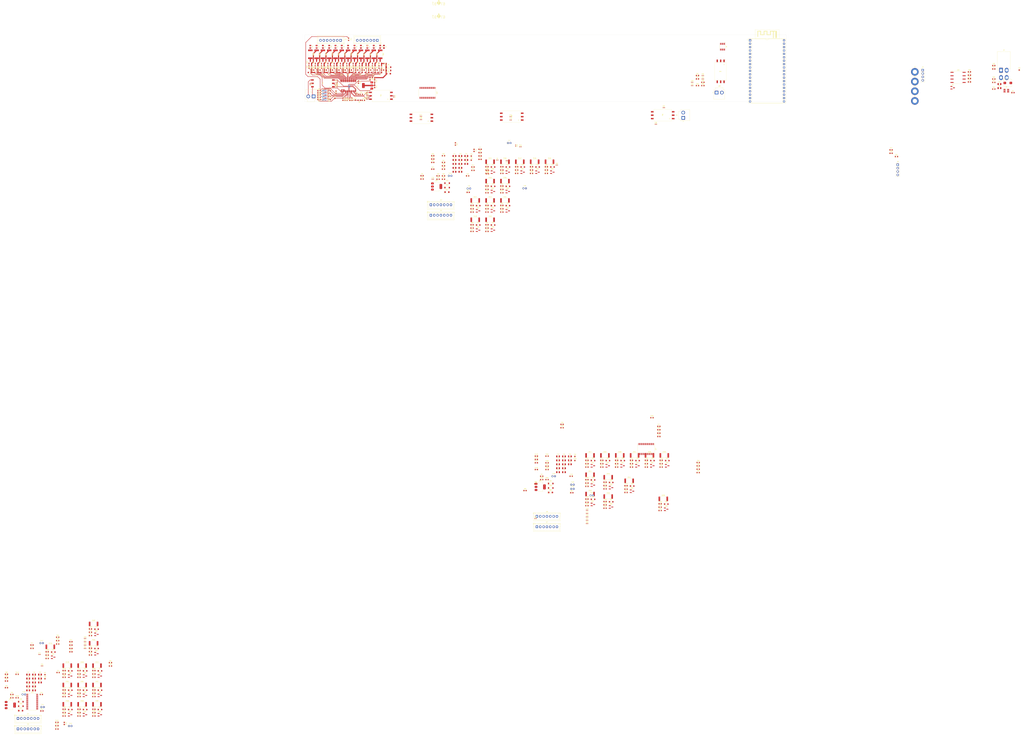
<source format=kicad_pcb>
(kicad_pcb (version 20240108) (generator "pcbnew") (generator_version "8.0")
  (layers (0 "F.Cu" signal) (31 "B.Cu" signal) (34 "B.Paste" user) (35 "F.Paste" user) (36 "B.SilkS" user "B.Silkscreen") (37 "F.SilkS" user "F.Silkscreen") (38 "B.Mask" user) (39 "F.Mask" user) (44 "Edge.Cuts" user))
  (net 0 "")
  (net 1 "+3V3")
  (net 2 "GND")
  (net 3 "Net-(U6-CB)")
  (net 4 "Net-(U6-SW)")
  (net 5 "Net-(C29-Pad1)")
  (net 6 "Net-(C30-Pad2)")
  (net 7 "Net-(U11-V+)")
  (net 8 "/CAN/5V_CAN")
  (net 9 "/CAN/CAN_GND")
  (net 10 "Net-(U11-Vref1)")
  (net 11 "Net-(U12-Vref1)")
  (net 12 "Net-(U12-V+)")
  (net 13 "/MCU/IP")
  (net 14 "/MCU/NRST")
  (net 15 "Net-(Q10-G)")
  (net 16 "Net-(Q10-D)")
  (net 17 "/Slaves/LTC6811_1/Vref2")
  (net 18 "/MCU/IM")
  (net 19 "/Slaves/LTC6811_1/Vreg")
  (net 20 "Net-(C41-Pad1)")
  (net 21 "/MCU/MTMS")
  (net 22 "/MCU/MTDI")
  (net 23 "/MCU/MTCK")
  (net 24 "/MCU/MTDO")
  (net 25 "Net-(U12-ISOMD)")
  (net 26 "Net-(U12-WDT)")
  (net 27 "Net-(U12-DTEN)")
  (net 28 "Net-(U12-IBIAS)")
  (net 29 "Net-(U12-ICMP)")
  (net 30 "Net-(Q3-D)")
  (net 31 "Net-(Q3-G)")
  (net 32 "/MCU/MISO")
  (net 33 "Net-(Q4-D)")
  (net 34 "Net-(Q4-G)")
  (net 35 "Net-(Q5-D)")
  (net 36 "Net-(Q5-G)")
  (net 37 "Net-(Q6-D)")
  (net 38 "Net-(Q6-G)")
  (net 39 "Net-(U13-V+)")
  (net 40 "Net-(Q11-D)")
  (net 41 "Net-(Q11-G)")
  (net 42 "Net-(Q12-D)")
  (net 43 "Net-(Q12-G)")
  (net 44 "Net-(Q13-D)")
  (net 45 "Net-(Q13-G)")
  (net 46 "Net-(U13-Vref1)")
  (net 47 "Net-(Q7-D)")
  (net 48 "Net-(Q7-G)")
  (net 49 "Net-(Q8-D)")
  (net 50 "Net-(Q8-G)")
  (net 51 "Net-(Q9-D)")
  (net 52 "Net-(Q9-G)")
  (net 55 "Net-(U14-V+)")
  (net 56 "Net-(U14-Vref1)")
  (net 57 "/MCU/SS")
  (net 58 "/MCU/SCK")
  (net 59 "/MCU/MOSI")
  (net 60 "Net-(D4-A)")
  (net 61 "/CAN/CANL")
  (net 62 "/CAN/CANH")
  (net 63 "Net-(D9-K)")
  (net 64 "Net-(D25-K)")
  (net 65 "Net-(D41-K)")
  (net 66 "Net-(D57-K)")
  (net 67 "GND_PACK")
  (net 68 "/CAN/RXD")
  (net 69 "/CAN/TXD")
  (net 73 "Net-(Q2-G)")
  (net 74 "Net-(Q2-D)")
  (net 75 "Net-(Q15-D)")
  (net 76 "Net-(Q15-G)")
  (net 77 "Net-(Q16-G)")
  (net 78 "Net-(Q16-D)")
  (net 79 "Net-(Q17-G)")
  (net 80 "Net-(Q17-D)")
  (net 81 "Net-(Q18-G)")
  (net 82 "Net-(Q18-D)")
  (net 83 "Net-(Q19-D)")
  (net 84 "Net-(Q19-G)")
  (net 85 "Net-(Q20-D)")
  (net 86 "Net-(Q20-G)")
  (net 87 "Net-(Q21-D)")
  (net 88 "Net-(Q21-G)")
  (net 89 "Net-(Q22-G)")
  (net 90 "Net-(Q22-D)")
  (net 91 "Net-(Q23-G)")
  (net 92 "Net-(Q23-D)")
  (net 93 "Net-(Q24-D)")
  (net 94 "Net-(Q24-G)")
  (net 95 "Net-(Q25-G)")
  (net 96 "Net-(Q25-D)")
  (net 97 "Net-(Q26-D)")
  (net 98 "Net-(Q26-G)")
  (net 99 "Net-(Q28-G)")
  (net 100 "Net-(Q28-D)")
  (net 101 "Net-(Q29-G)")
  (net 102 "Net-(Q29-D)")
  (net 103 "Net-(Q30-D)")
  (net 104 "Net-(Q30-G)")
  (net 105 "Net-(Q31-D)")
  (net 106 "Net-(Q31-G)")
  (net 107 "Net-(Q32-G)")
  (net 108 "Net-(Q32-D)")
  (net 109 "Net-(Q33-G)")
  (net 110 "Net-(Q33-D)")
  (net 111 "Net-(Q34-G)")
  (net 112 "Net-(Q34-D)")
  (net 113 "Net-(Q35-D)")
  (net 114 "Net-(Q35-G)")
  (net 115 "Net-(Q36-G)")
  (net 116 "Net-(Q36-D)")
  (net 117 "Net-(Q37-G)")
  (net 118 "Net-(Q37-D)")
  (net 119 "Net-(Q38-D)")
  (net 120 "Net-(Q38-G)")
  (net 121 "Net-(Q39-G)")
  (net 122 "Net-(Q39-D)")
  (net 123 "Net-(Q41-G)")
  (net 124 "Net-(Q41-D)")
  (net 125 "Net-(Q42-G)")
  (net 126 "Net-(Q42-D)")
  (net 127 "Net-(Q43-G)")
  (net 128 "Net-(Q43-D)")
  (net 129 "Net-(Q44-G)")
  (net 130 "Net-(Q44-D)")
  (net 131 "Net-(Q45-G)")
  (net 132 "Net-(Q45-D)")
  (net 133 "Net-(Q46-G)")
  (net 134 "Net-(Q46-D)")
  (net 135 "Net-(Q47-G)")
  (net 136 "Net-(Q47-D)")
  (net 137 "Net-(Q48-D)")
  (net 138 "Net-(Q48-G)")
  (net 139 "Net-(Q49-G)")
  (net 140 "Net-(Q49-D)")
  (net 141 "Net-(Q50-D)")
  (net 142 "Net-(Q50-G)")
  (net 143 "Net-(Q51-D)")
  (net 144 "Net-(Q51-G)")
  (net 145 "Net-(Q52-D)")
  (net 146 "Net-(Q52-G)")
  (net 147 "/Slaves/LTC6811_1/T2")
  (net 148 "/Slaves/LTC6811_1/T3")
  (net 149 "/Slaves/LTC6811_1/T4")
  (net 150 "/Slaves/LTC6811_1/T5")
  (net 151 "/Slaves/LTC6811_1/T1")
  (net 152 "/Slaves/LTC6811_1/cell12/C")
  (net 153 "Net-(U11-IBIAS)")
  (net 154 "Net-(U11-ICMP)")
  (net 155 "Net-(U11-ISOMD)")
  (net 156 "Net-(U11-WDT)")
  (net 157 "Net-(U11-DTEN)")
  (net 158 "Net-(U13-ICMP)")
  (net 159 "Net-(U13-IBIAS)")
  (net 160 "Net-(U13-ISOMD)")
  (net 161 "Net-(U13-WDT)")
  (net 162 "Net-(U13-DTEN)")
  (net 163 "Net-(U14-IBIAS)")
  (net 164 "Net-(U14-ICMP)")
  (net 165 "Net-(U14-ISOMD)")
  (net 166 "Net-(U14-WDT)")
  (net 167 "Net-(U14-DTEN)")
  (net 168 "/Slaves/LTC6811_1/cell11/C")
  (net 169 "/Slaves/LTC6811_1/cell10/C")
  (net 170 "/Slaves/LTC6811_1/cell10/CM")
  (net 177 "/Slaves/LTC6811_1/cell8/C")
  (net 178 "/Slaves/LTC6811_1/cell7/C")
  (net 179 "/Slaves/LTC6811_1/cell6/C")
  (net 180 "/Slaves/LTC6811_1/cell5/C")
  (net 181 "/Slaves/LTC6811_1/cell4/C")
  (net 182 "/Slaves/LTC6811_1/cell3/C")
  (net 183 "/Slaves/LTC6811_1/cell2/C")
  (net 184 "/Slaves/LTC6811_1/cell1/C")
  (net 185 "/Slaves/LTC6811_2/Vref2")
  (net 186 "/Slaves/LTC6811_2/Vreg")
  (net 187 "Net-(C67-Pad1)")
  (net 188 "/Slaves/LTC6811_2/T2")
  (net 189 "/Slaves/LTC6811_2/T3")
  (net 190 "/Slaves/LTC6811_2/T4")
  (net 191 "/Slaves/LTC6811_2/T5")
  (net 192 "/Slaves/LTC6811_2/T1")
  (net 193 "/Slaves/LTC6811_2/cell12/C")
  (net 194 "/Slaves/LTC6811_2/cell11/C")
  (net 195 "/Slaves/LTC6811_2/cell10/C")
  (net 196 "/Slaves/LTC6811_2/cell10/CM")
  (net 197 "/Slaves/LTC6811_2/cell8/C")
  (net 198 "/Slaves/LTC6811_2/cell7/C")
  (net 199 "/Slaves/LTC6811_2/cell6/C")
  (net 200 "/Slaves/LTC6811_2/cell5/C")
  (net 201 "/Slaves/LTC6811_2/cell4/C")
  (net 202 "/Slaves/LTC6811_2/cell3/C")
  (net 203 "/Slaves/LTC6811_2/cell2/C")
  (net 204 "/Slaves/LTC6811_2/cell1/C")
  (net 205 "/Slaves/LTC6811_3/Vref2")
  (net 206 "/Slaves/LTC6811_3/Vreg")
  (net 207 "Net-(C93-Pad1)")
  (net 208 "/Slaves/LTC6811_3/T2")
  (net 209 "/Slaves/LTC6811_3/T3")
  (net 210 "/Slaves/LTC6811_3/T4")
  (net 211 "/Slaves/LTC6811_3/T5")
  (net 212 "/Slaves/LTC6811_3/T1")
  (net 213 "/Slaves/LTC6811_3/cell12/C")
  (net 214 "/Slaves/LTC6811_3/cell11/C")
  (net 215 "/Slaves/LTC6811_3/cell10/C")
  (net 216 "/Slaves/LTC6811_3/cell10/CM")
  (net 217 "/Slaves/LTC6811_3/cell8/C")
  (net 218 "/Slaves/LTC6811_3/cell7/C")
  (net 219 "/Slaves/LTC6811_3/cell6/C")
  (net 220 "/Slaves/LTC6811_3/cell5/C")
  (net 221 "/Slaves/LTC6811_3/cell4/C")
  (net 222 "/Slaves/LTC6811_3/cell3/C")
  (net 223 "/Slaves/LTC6811_3/cell2/C")
  (net 224 "/Slaves/LTC6811_3/cell1/C")
  (net 225 "/Slaves/LTC6811_4/Vref2")
  (net 226 "/Slaves/LTC6811_4/Vreg")
  (net 227 "Net-(C119-Pad1)")
  (net 228 "/Slaves/LTC6811_4/T2")
  (net 229 "/Slaves/LTC6811_4/T3")
  (net 230 "/Slaves/LTC6811_4/T4")
  (net 231 "/Slaves/LTC6811_4/T5")
  (net 232 "/Slaves/LTC6811_4/T1")
  (net 233 "/Slaves/LTC6811_4/cell12/C")
  (net 234 "/Slaves/LTC6811_4/cell11/C")
  (net 235 "/Slaves/LTC6811_4/cell10/C")
  (net 236 "/Slaves/LTC6811_4/cell10/CM")
  (net 237 "/Slaves/LTC6811_4/cell8/C")
  (net 238 "/Slaves/LTC6811_4/cell7/C")
  (net 239 "/Slaves/LTC6811_4/cell6/C")
  (net 240 "/Slaves/LTC6811_4/cell5/C")
  (net 241 "/Slaves/LTC6811_4/cell4/C")
  (net 242 "/Slaves/LTC6811_4/cell3/C")
  (net 243 "/Slaves/LTC6811_4/cell2/C")
  (net 244 "/Slaves/LTC6811_4/cell1/C")
  (net 245 "/Slaves/LTC6811_1/BAT+")
  (net 246 "/Slaves/LTC6811_2/BAT+")
  (net 247 "/Slaves/LTC6811_3/BAT+")
  (net 248 "/Slaves/LTC6811_4/BAT+")
  (net 249 "/Slaves/LTC6811_1/cell12/C+")
  (net 250 "/Slaves/LTC6811_1/C12")
  (net 251 "/Slaves/LTC6811_1/cell11/C+")
  (net 252 "/Slaves/LTC6811_1/C11")
  (net 253 "/Slaves/LTC6811_1/C10")
  (net 254 "/Slaves/LTC6811_1/cell10/C+")
  (net 255 "/Slaves/LTC6811_1/C9")
  (net 256 "/Slaves/LTC6811_1/cell10/C-")
  (net 257 "/Slaves/LTC6811_1/cell8/C+")
  (net 258 "/Slaves/LTC6811_1/C8")
  (net 259 "/Slaves/LTC6811_1/C7")
  (net 260 "/Slaves/LTC6811_1/cell7/C+")
  (net 261 "/Slaves/LTC6811_1/C6")
  (net 262 "/Slaves/LTC6811_1/cell6/C+")
  (net 263 "/Slaves/LTC6811_1/C5")
  (net 264 "/Slaves/LTC6811_1/cell5/C+")
  (net 265 "/Slaves/LTC6811_1/C4")
  (net 266 "/Slaves/LTC6811_1/cell4/C+")
  (net 267 "/Slaves/LTC6811_1/C3")
  (net 268 "/Slaves/LTC6811_1/cell3/C+")
  (net 269 "/Slaves/LTC6811_1/cell2/C+")
  (net 270 "/Slaves/LTC6811_1/C2")
  (net 271 "/Slaves/LTC6811_1/cell1/C+")
  (net 272 "/Slaves/LTC6811_1/C1")
  (net 273 "/Slaves/LTC6811_1/C1_G")
  (net 274 "/Slaves/LTC6811_2/C12")
  (net 275 "/Slaves/LTC6811_2/cell12/C+")
  (net 276 "/Slaves/LTC6811_2/C11")
  (net 277 "/Slaves/LTC6811_2/cell11/C+")
  (net 278 "/Slaves/LTC6811_2/C10")
  (net 279 "/Slaves/LTC6811_2/cell10/C+")
  (net 280 "/Slaves/LTC6811_2/cell10/C-")
  (net 281 "/Slaves/LTC6811_2/C9")
  (net 282 "/Slaves/LTC6811_2/C8")
  (net 283 "/Slaves/LTC6811_2/cell8/C+")
  (net 284 "/Slaves/LTC6811_2/cell7/C+")
  (net 285 "/Slaves/LTC6811_2/C7")
  (net 286 "/Slaves/LTC6811_2/cell6/C+")
  (net 287 "/Slaves/LTC6811_2/C6")
  (net 288 "/Slaves/LTC6811_2/cell5/C+")
  (net 289 "/Slaves/LTC6811_2/C5")
  (net 290 "/Slaves/LTC6811_2/C4")
  (net 291 "/Slaves/LTC6811_2/cell4/C+")
  (net 292 "/Slaves/LTC6811_2/C3")
  (net 293 "/Slaves/LTC6811_2/cell3/C+")
  (net 294 "/Slaves/LTC6811_2/C2")
  (net 295 "/Slaves/LTC6811_2/cell2/C+")
  (net 296 "/Slaves/LTC6811_2/C1")
  (net 297 "/Slaves/LTC6811_2/cell1/C+")
  (net 298 "/Slaves/LTC6811_2/C1_G")
  (net 299 "/Slaves/LTC6811_3/C12")
  (net 300 "/Slaves/LTC6811_3/cell12/C+")
  (net 301 "/Slaves/LTC6811_3/C11")
  (net 302 "/Slaves/LTC6811_3/cell11/C+")
  (net 303 "/Slaves/LTC6811_3/C10")
  (net 304 "/Slaves/LTC6811_3/cell10/C+")
  (net 305 "/Slaves/LTC6811_3/cell10/C-")
  (net 306 "/Slaves/LTC6811_3/C9")
  (net 307 "/Slaves/LTC6811_3/C8")
  (net 308 "/Slaves/LTC6811_3/cell8/C+")
  (net 309 "/Slaves/LTC6811_3/C7")
  (net 310 "/Slaves/LTC6811_3/cell7/C+")
  (net 311 "/Slaves/LTC6811_3/cell6/C+")
  (net 312 "/Slaves/LTC6811_3/C6")
  (net 313 "/Slaves/LTC6811_3/cell5/C+")
  (net 314 "/Slaves/LTC6811_3/C5")
  (net 315 "/Slaves/LTC6811_3/cell4/C+")
  (net 316 "/Slaves/LTC6811_3/C4")
  (net 317 "/Slaves/LTC6811_3/cell3/C+")
  (net 318 "/Slaves/LTC6811_3/C3")
  (net 319 "/Slaves/LTC6811_3/C2")
  (net 320 "/Slaves/LTC6811_3/cell2/C+")
  (net 321 "/Slaves/LTC6811_3/C1")
  (net 322 "/Slaves/LTC6811_3/cell1/C+")
  (net 323 "/Slaves/LTC6811_3/C1_G")
  (net 324 "/Slaves/LTC6811_4/C12")
  (net 325 "/Slaves/LTC6811_4/cell12/C+")
  (net 326 "/Slaves/LTC6811_4/C11")
  (net 327 "/Slaves/LTC6811_4/cell11/C+")
  (net 328 "/Slaves/LTC6811_4/C10")
  (net 329 "/Slaves/LTC6811_4/cell10/C+")
  (net 330 "/Slaves/LTC6811_4/cell10/C-")
  (net 331 "/Slaves/LTC6811_4/C9")
  (net 332 "/Slaves/LTC6811_4/C8")
  (net 333 "/Slaves/LTC6811_4/cell8/C+")
  (net 334 "/Slaves/LTC6811_4/C7")
  (net 335 "/Slaves/LTC6811_4/cell7/C+")
  (net 336 "/Slaves/LTC6811_4/cell6/C+")
  (net 337 "/Slaves/LTC6811_4/C6")
  (net 338 "/Slaves/LTC6811_4/cell5/C+")
  (net 339 "/Slaves/LTC6811_4/C5")
  (net 340 "/Slaves/LTC6811_4/cell4/C+")
  (net 341 "/Slaves/LTC6811_4/C4")
  (net 342 "/Slaves/LTC6811_4/cell3/C+")
  (net 343 "/Slaves/LTC6811_4/C3")
  (net 344 "/Slaves/LTC6811_4/cell2/C+")
  (net 345 "/Slaves/LTC6811_4/C2")
  (net 346 "/Slaves/LTC6811_4/cell1/C+")
  (net 347 "/Slaves/LTC6811_4/C1")
  (net 348 "/Slaves/LTC6811_4/C1_G")
  (net 350 "/Slaves/LTC6811_1/DRIVE")
  (net 351 "/Slaves/LTC6811_2/DRIVE")
  (net 352 "/Slaves/LTC6811_3/DRIVE")
  (net 353 "/Slaves/LTC6811_4/DRIVE")
  (net 354 "Net-(U6-FB)")
  (net 355 "Net-(U9-ICMP)")
  (net 356 "Net-(U9-IBIAS)")
  (net 357 "/Slaves/LTC6811_1/IPB")
  (net 358 "/Slaves/LTC6811_1/IMB")
  (net 359 "/Slaves/LTC6811_1/cell12/S")
  (net 360 "/Slaves/LTC6811_1/cell11/S")
  (net 361 "/Slaves/LTC6811_1/cell10/S")
  (net 362 "/Slaves/LTC6811_1/cell9/S")
  (net 363 "/Slaves/LTC6811_1/cell8/S")
  (net 364 "/Slaves/LTC6811_1/cell7/S")
  (net 365 "/Slaves/LTC6811_1/cell6/S")
  (net 366 "/Slaves/LTC6811_1/cell5/S")
  (net 367 "/Slaves/LTC6811_1/cell4/S")
  (net 368 "/Slaves/LTC6811_1/cell3/S")
  (net 369 "/Slaves/LTC6811_1/cell2/S")
  (net 370 "/Slaves/LTC6811_1/cell1/S")
  (net 371 "/Slaves/LTC6811_2/IPB")
  (net 372 "/Slaves/LTC6811_2/IMB")
  (net 373 "/Slaves/LTC6811_2/cell12/S")
  (net 374 "/Slaves/LTC6811_2/cell11/S")
  (net 375 "/Slaves/LTC6811_2/cell10/S")
  (net 376 "/Slaves/LTC6811_2/cell9/S")
  (net 377 "/Slaves/LTC6811_2/cell8/S")
  (net 378 "/Slaves/LTC6811_2/cell7/S")
  (net 379 "/Slaves/LTC6811_2/cell6/S")
  (net 380 "/Slaves/LTC6811_2/cell5/S")
  (net 381 "/Slaves/LTC6811_2/cell4/S")
  (net 382 "/Slaves/LTC6811_2/cell3/S")
  (net 383 "/Slaves/LTC6811_2/cell2/S")
  (net 384 "/Slaves/LTC6811_2/cell1/S")
  (net 385 "/Slaves/LTC6811_3/IPB")
  (net 386 "/Slaves/LTC6811_3/IMB")
  (net 387 "/Slaves/LTC6811_3/cell12/S")
  (net 388 "/Slaves/LTC6811_3/cell11/S")
  (net 389 "/Slaves/LTC6811_3/cell10/S")
  (net 390 "/Slaves/LTC6811_3/cell9/S")
  (net 391 "/Slaves/LTC6811_3/cell8/S")
  (net 392 "/Slaves/LTC6811_3/cell7/S")
  (net 393 "/Slaves/LTC6811_3/cell6/S")
  (net 394 "/Slaves/LTC6811_3/cell5/S")
  (net 395 "/Slaves/LTC6811_3/cell4/S")
  (net 396 "/Slaves/LTC6811_3/cell3/S")
  (net 397 "/Slaves/LTC6811_3/cell2/S")
  (net 398 "/Slaves/LTC6811_3/cell1/S")
  (net 399 "/Slaves/LTC6811_4/IPB")
  (net 400 "/Slaves/LTC6811_4/IMB")
  (net 401 "/Slaves/LTC6811_4/cell12/S")
  (net 402 "/Slaves/LTC6811_4/cell11/S")
  (net 403 "/Slaves/LTC6811_4/cell10/S")
  (net 404 "/Slaves/LTC6811_4/cell9/S")
  (net 405 "/Slaves/LTC6811_4/cell8/S")
  (net 406 "/Slaves/LTC6811_4/cell7/S")
  (net 407 "/Slaves/LTC6811_4/cell6/S")
  (net 408 "/Slaves/LTC6811_4/cell5/S")
  (net 409 "/Slaves/LTC6811_4/cell4/S")
  (net 410 "/Slaves/LTC6811_4/cell3/S")
  (net 411 "/Slaves/LTC6811_4/cell2/S")
  (net 412 "/Slaves/LTC6811_4/cell1/S")
  (net 413 "/PowerSupply/+12V")
  (net 423 "/MCU/5V")
  (net 438 "Net-(C44-Pad1)")
  (net 439 "Net-(C45-Pad1)")
  (net 440 "Net-(C70-Pad1)")
  (net 441 "Net-(C71-Pad1)")
  (net 442 "Net-(C96-Pad1)")
  (net 443 "Net-(C97-Pad1)")
  (net 444 "/Slaves/LTC6811_1/IPA")
  (net 445 "/Slaves/LTC6811_1/IMA")
  (net 446 "/Slaves/LTC6811_2/IMA")
  (net 447 "/Slaves/LTC6811_2/IPA")
  (net 448 "/Slaves/LTC6811_3/IPA")
  (net 449 "/Slaves/LTC6811_3/IMA")
  (net 450 "/Slaves/LTC6811_4/IMA")
  (net 451 "/Slaves/LTC6811_4/IPA")
  (net 452 "Net-(J18-Pin_1)")
  (net 453 "Net-(J18-Pin_2)")
  (net 454 "Net-(C24-Pad1)")
  (net 455 "Net-(C26-Pad1)")
  (net 456 "Net-(C46-Pad1)")
  (net 457 "Net-(C47-Pad1)")
  (net 458 "Net-(C48-Pad1)")
  (net 459 "Net-(C49-Pad1)")
  (net 460 "Net-(C50-Pad1)")
  (net 461 "Net-(C72-Pad1)")
  (net 462 "Net-(C73-Pad2)")
  (net 463 "Net-(C74-Pad1)")
  (net 464 "Net-(C75-Pad1)")
  (net 465 "Net-(C76-Pad1)")
  (net 466 "Net-(J7-Pin_1)")
  (net 467 "Net-(J7-Pin_2)")
  (net 468 "Net-(J9-Pin_1)")
  (net 469 "Net-(J9-Pin_2)")
  (footprint "Library:ESP32-DevKitc V4_DIP-38_27.9mm×48.2mm" (layer "F.Cu") (at 361.595 166)
    (property "Reference" "U8" (hide yes))
    (property "Value" "ESP32-DevKitC V4" (hide yes))
  )
  (footprint "Library:D_SOD-123" (layer "F.Cu") (at -181.9875 616.885)
    (property "Reference" "D39")
    (property "Value" "1N4148W")
  )
  (footprint "Library:LED_0603_1608Metric" (layer "F.Cu") (at 152.305 232.69)
    (property "Reference" "D25")
    (property "Value" "LED Red")
  )
  (footprint "Library:R_0603_1608Metric" (layer "F.Cu") (at -127.425 624.2)
    (property "Reference" "R189")
    (property "Value" "3.3K")
  )
  (footprint "Library:TestPoint_Pad_D1.0mm" (layer "F.Cu") (at -163.9625 593.305)
    (property "Reference" "TP7")
    (property "Value" "Vreg")
  )
  (footprint "Library:SOT-23" (layer "F.Cu") (at -134.075 608.815)
    (property "Reference" "Q36")
    (property "Value" "TSM2323")
  )
  (footprint "Library:R_0603_1608Metric" (layer "F.Cu") (at 199.585 218.53)
    (property "Reference" "R138")
    (property "Value" "3.3K")
  )
  (footprint "Library:D_SOD-323_HandSoldering" (layer "F.Cu") (at -125.4025 573.775)
    (property "Reference" "D43")
    (property "Value" "PDZ7.5B")
  )
  (footprint "Library:SOT-23" (layer "F.Cu") (at 258.9925 467.95)
    (property "Reference" "Q50")
    (property "Value" "TSM2323")
  )
  (footprint "Library:Fuse_0805_2012Metric" (layer "F.Cu") (at 228.235 433.07)
    (property "Reference" "F51")
    (property "Value" "MPZ2012S102ATD25")
  )
  (footprint "Library:R_0603_1608Metric" (layer "F.Cu") (at 129.785 222.87)
    (property "Reference" "R91")
    (property "Value" "100R")
  )
  (footprint "Library:R_0603_1608Metric" (layer "F.Cu") (at 40.795 158.3 180)
    (property "Reference" "R4")
    (property "Value" "10K")
  )
  (footprint "Library:JST_VH_B2P-VH-B_1x02_P3.96mm_Vertical" (layer "F.Cu") (at 312.9599 177.009 90)
    (property "Reference" "J9")
    (property "Value" "B2P-VH-B")
  )
  (footprint "Library:C_0402_1005Metric" (layer "F.Cu") (at 241.0775 472.825)
    (property "Reference" "C72")
    (property "Value" "10nF/100V")
  )
  (footprint "Library:SOT-23" (layer "F.Cu") (at -134.075 594.355)
    (property "Reference" "Q39")
    (property "Value" "TSM2323")
  )
  (footprint "Library:C_0603_1608Metric" (layer "F.Cu") (at 161.16 205.49)
    (property "Reference" "C9")
    (property "Value" "100nF 100V")
  )
  (footprint "Library:R_0603_1608Metric" (layer "F.Cu") (at 254.5425 454.415)
    (property "Reference" "R225")
    (property "Value" "3.3K")
  )
  (footprint "Library:C_0603_1608Metric" (layer "F.Cu") (at 240.975 433.055)
    (property "Reference" "C132")
    (property "Value" "100nF/100V")
  )
  (footprint "Library:Fuse_0805_2012Metric" (layer "F.Cu") (at 48.4 123.8375 -90)
    (property "Reference" "F10")
    (property "Value" "MPZ2012S102ATD25")
  )
  (footprint "Library:R_Axial_DIN0204_L3.6mm_D1.6mm_P1.90mm_Vertical" (layer "F.Cu") (at 229.235 454.42)
    (property "Reference" "TH19")
    (property "Value" "10K NTC")
  )
  (footprint "Library:R_2512_6332Metric" (layer "F.Cu") (at 243.315 443.815)
    (property "Reference" "R211")
    (property "Value" "36R 1W 2512")
  )
  (footprint "Library:C_0603_1608Metric" (layer "F.Cu") (at 155.185 242.43)
    (property "Reference" "C84")
    (property "Value" "100nF/100V")
  )
  (footprint "Library:JST_XH_B7B-XH-A_1x07_P2.50mm_Vertical_BAT_6S" (layer "F.Cu") (at -184.1375 633.855)
    (property "Reference" "J15")
    (property "Value" "B7B-XH-A")
  )
  (footprint "Library:JST_XH_B7B-XH-A_1x07_P2.50mm_Vertical_BAT_6S" (layer "F.Cu") (at -184.1375 626.055)
    (property "Reference" "J14")
    (property "Value" "B7B-XH-A")
  )
  (footprint "Library:SOT-23" (layer "F.Cu") (at 258.9925 453.49)
    (property "Reference" "Q46")
    (property "Value" "TSM2323")
  )
  (footprint "Library:R_0402_1005Metric" (layer "F.Cu") (at 173.955 208.53)
    (property "Reference" "R2")
    (property "Value" "49.9R")
  )
  (footprint "Library:R_0603_1608Metric" (layer "F.Cu") (at -129.9775 561.605)
    (property "Reference" "R170")
    (property "Value" "100R")
  )
  (footprint "Library:R_0603_1608Metric" (layer "F.Cu") (at 222.4225 408.705)
    (property "Reference" "R18")
    (property "Value" "100K")
  )
  (footprint "Library:D_SOD-323_HandSoldering" (layer "F.Cu") (at 66.95 143.0625 180)
    (property "Reference" "D14")
    (property "Value" "PDZ7.5B")
  )
  (footprint "Library:Fuse_0805_2012Metric" (layer "F.Cu") (at 72.1 123.8375 -90)
    (property "Reference" "F5")
    (property "Value" "MPZ2012S102ATD25")
  )
  (footprint "Library:R_0603_1608Metric" (layer "F.Cu") (at 263.175 438.075)
    (property "Reference" "R210")
    (property "Value" "3.3K")
  )
  (footprint "Library:SOT-23" (layer "F.Cu") (at 289.825 437.15)
    (property "Reference" "Q51")
    (property "Value" "TSM2323")
  )
  (footprint "Library:D_SOD-323_HandSoldering" (layer "F.Cu") (at 289.95 433.275)
    (property "Reference" "D68")
    (property "Value" "PDZ7.5B")
  )
  (footprint "Library:MountingHole_3.2mm_M3_ISO7380_Pad" (layer "F.Cu") (at 486 142.6)
    (property "Reference" "J1")
    (property "Value" "Hole /NC")
  )
  (footprint "Library:SOT-23" (layer "F.Cu") (at -125.5275 577.65)
    (property "Reference" "Q29")
    (property "Value" "TSM2323")
  )
  (footprint "Library:C_0603_1608Metric" (layer "F.Cu") (at 526.775 145.09)
    (property "Reference" "C34")
    (property "Value" "100nF/100V")
  )
  (footprint "Library:Fuse_0805_2012Metric" (layer "F.Cu") (at 146.425 205.52)
    (property "Reference" "F19")
    (property "Value" "MPZ2012S102ATD25")
  )
  (footprint "Library:C_0603_1608Metric" (layer "F.Cu") (at 36.075 141.2625)
    (property "Reference" "C62")
    (property "Value" "100nF/100V")
  )
  (footprint "Library:C_0603_1608Metric" (layer "F.Cu") (at 526.775 147.6)
    (property "Reference" "C35")
    (property "Value" "1uF/25V")
  )
  (footprint "Library:R_0603_1608Metric" (layer "F.Cu") (at 73.95 163.85)
    (property "Reference" "R48")
    (property "Value" "1.2K")
  )
  (footprint "Library:R_0402_1005Metric" (layer "F.Cu") (at 218.475 212.3)
    (property "Reference" "R26")
    (property "Value" "49.9R")
  )
  (footprint "Library:R_2512_6332Metric" (layer "F.Cu") (at 168.625 209.81)
    (property "Reference" "R121")
    (property "Value" "36R 1W 2512")
  )
  (footprint "Library:C_0603_1608Metric" (layer "F.Cu") (at 294.7025 410.205)
    (property "Reference" "C18")
    (property "Value" "100nF 100V")
  )
  (footprint "Library:R_0402_1005Metric" (layer "F.Cu") (at 241.0775 477.845)
    (property "Reference" "R52")
    (property "Value" "49.9R")
  )
  (footprint "Library:R_2512_6332Metric" (layer "F.Cu") (at 34.3 129.4625 -90)
    (property "Reference" "R88")
    (property "Value" "36R 1W 2512")
  )
  (footprint "Library:C_0603_1608Metric" (layer "F.Cu") (at 48.4 163.3 180)
    (property "Reference" "C5")
    (property "Value" "100nF 100V")
  )
  (footprint "Library:TestPoint_Pad_D1.0mm" (layer "F.Cu") (at 68 163.7)
    (property "Reference" "TP3")
    (property "Value" "Vreg")
  )
  (footprint "Library:Fuse_0805_2012Metric" (layer "F.Cu") (at -176.5125 605.055)
    (property "Reference" "F31")
    (property "Value" "MPZ2012S102ATD25")
  )
  (footprint "Library:C_0603_1608Metric" (layer "F.Cu") (at -129.9775 559.095)
    (property "Reference" "C107")
    (property "Value" "100nF/100V")
  )
  (footprint "Library:R_Axial_DIN0204_L3.6mm_D1.6mm_P1.90mm_Vertical" (layer "F.Cu") (at 193.5 229.7)
    (property "Reference" "TH8")
    (property "Value" "10K NTC")
  )
  (footprint "Library:R_0603_1608Metric" (layer "F.Cu") (at 252.075 435.565)
    (property "Reference" "R233")
    (property "Value" "100R")
  )
  (footprint "Library:SOT-23" (layer "F.Cu") (at 514.265 154.495)
    (property "Reference" "D5")
    (property "Value" "ESD24VS2U")
  )
  (footprint "Library:R_0603_1608Metric" (layer "F.Cu") (at 324.1325 434.695)
    (property "Reference" "R19")
    (property "Value" "10K")
  )
  (footprint "Library:R_0402_1005Metric" (layer "F.Cu") (at 187.705 197.75 -90)
    (property "Reference" "R49")
    (property "Value" "49.9R")
  )
  (footprint "Library:R_0603_1608Metric" (layer "F.Cu") (at 166.285 218.53)
    (property "Reference" "R123")
    (property "Value" "3.3K")
  )
  (footprint "Library:R_2512_6332Metric" (layer "F.Cu") (at 190.825 209.81)
    (property "Reference" "R112")
    (property "Value" "36R 1W 2512")
  )
  (footprint "Library:TestPoint_Pad_D1.0mm" (layer "F.Cu") (at 52.7 162.4)
    (property "Reference" "TP4")
    (property "Value" "Vref2")
  )
  (footprint "Library:R_2512_6332Metric" (layer "F.Cu") (at -125.085 586.56)
    (property "Reference" "R172")
    (property "Value" "36R 1W 2512")
  )
  (footprint "Library:C_0603_1608Metric" (layer "F.Cu") (at 78.9 147.7 -90)
    (property "Reference" "C37")
    (property "Value" "100nF/100V")
  )
  (footprint "Library:D_SOD-323_HandSoldering" (layer "F.Cu") (at 159.76 257.11)
    (property "Reference" "D37")
    (property "Value" "PDZ7.5B")
  )
  (footprint "Library:R_0603_1608Metric" (layer "F.Cu") (at 33.3 138.9625 90)
    (property "Reference" "R90")
    (property "Value" "3.3K")
  )
  (footprint "Library:R_0603_1608Metric" (layer "F.Cu") (at 544.975 147.97)
    (property "Reference" "R30")
    (property "Value" "100K")
  )
  (footprint "Library:C_0603_1608Metric" (layer "F.Cu") (at 294.7025 407.695)
    (property "Reference" "C17")
    (property "Value" "100nF 100V")
  )
  (footprint "Library:D_SOD-323_HandSoldering" (layer "F.Cu") (at -133.95 604.94)
    (property "Reference" "D50")
    (property "Value" "PDZ7.5B")
  )
  (footprint "Library:R_0603_1608Metric" (layer "F.Cu") (at 252.075 438.075)
    (property "Reference" "R234")
    (property "Value" "3.3K")
  )
  (footprint "Library:D_SOD-323_HandSoldering" (layer "F.Cu") (at 81.45 143.0625 180)
    (property "Reference" "D11")
    (property "Value" "PDZ7.5B")
  )
  (footprint "Library:C_0603_1608Metric" (layer "F.Cu") (at -192.7525 593.035)
    (property "Reference" "C89")
    (property "Value" "100nF/100V")
  )
  (footprint "Library:SOT-23" (layer "F.Cu") (at 245.425 451.61)
    (property "Reference" "Q42")
    (property "Value" "TSM2323")
  )
  (footprint "Library:C_0603_1608Metric" (layer "F.Cu") (at -138.525 619.18)
    (property "Reference" "C105")
    (property "Value" "100nF/100V")
  )
  (footprint "Library:TSSOP-48_6.1x12.5mm_P0.5mm" (layer "F.Cu") (at -173.4925 613.58)
    (property "Reference" "U13")
    (property "Value" "LTC6811HG-1")
  )
  (footprint "Library:R_0603_1608Metric" (layer "F.Cu") (at 75.9 138.9625 90)
    (property "Reference" "R63")
    (property "Value" "3.3K")
  )
  (footprint "Library:C_0603_1608Metric" (layer "F.Cu") (at 40.775 141.2625)
    (property "Reference" "C61")
    (property "Value" "100nF/100V")
  )
  (footprint "Library:R_2512_6332Metric" (layer "F.Cu") (at 168.625 224.27)
    (property "Reference" "R133")
    (property "Value" "36R 1W 2512")
  )
  (footprint "Library:R_0603_1608Metric" (layer "F.Cu") (at 166.285 247.45)
    (property "Reference" "R117")
    (property "Value" "3.3K")
  )
  (footprint "Library:R_0603_1608Metric" (layer "F.Cu") (at 62.9 118.225 -90)
    (property "Reference" "TH1")
    (property "Value" "100K NTC SMD")
  )
  (footprint "Library:C_0603_1608Metric" (layer "F.Cu") (at 203.175 432.41)
    (property "Reference" "C116")
    (property "Value" "1uF/25V")
  )
  (footprint "Library:D_SOD-323_HandSoldering" (layer "F.Cu") (at 274.7875 452.275)
    (property "Reference" "D69")
    (property "Value" "PDZ7.5B")
  )
  (footprint "Library:R_2512_6332Metric" (layer "F.Cu") (at 298.0525 461.855)
    (property "Reference" "R229")
    (property "Value" "36R 1W 2512")
  )
  (footprint "Library:D_SOD-123" (layer "F.Cu") (at 213.94 453.75)
    (property "Reference" "D55")
    (property "Value" "1N4148W")
  )
  (footprint "Library:C_0603_1608Metric" (layer "F.Cu") (at 161.16 208)
    (property "Reference" "C10")
    (property "Value" "100nF 100V")
  )
  (footprint "Library:R_2512_6332Metric" (layer "F.Cu") (at -147.285 601.02)
    (property "Reference" "R184")
    (property "Value" "36R 1W 2512")
  )
  (footprint "Library:R_0603_1608Metric" (layer "F.Cu") (at -115.0375 586.825)
    (property "Reference" "R100")
    (property "Value" "1K")
  )
  (footprint "Library:R_0603_1608Metric" (layer "F.Cu") (at -149.625 609.74)
    (property "Reference" "R186")
    (property "Value" "3.3K")
  )
  (footprint "Library:C_0402_1005Metric" (layer "F.Cu") (at 34.1 151.7 -90)
    (property "Reference" "C74")
    (property "Value" "10nF/100V")
  )
  (footprint "Library:C_0603_1608Metric" (layer "F.Cu") (at 161.16 200.47)
    (property "Reference" "C7")
    (property "Value" "100nF 100V")
  )
  (footprint "Library:HM2108NL" (layer "F.Cu") (at 87.1 160.5 90)
    (property "Reference" "TR3")
    (property "Value" "HM2108NL")
  )
  (footprint "Library:D_SOD-323_HandSoldering" (layer "F.Cu") (at 301.05 433.275)
    (property "Reference" "D62")
    (property "Value" "PDZ7.5B")
  )
  (footprint "Library:D_SOD-123F" (layer "F.Cu") (at -182.1375 620.235)
    (property "Reference" "D40")
    (property "Value" "BZT52H-C62")
  )
  (footprint "Library:R_2512_6332Metric" (layer "F.Cu") (at -125.085 601.02)
    (property "Reference" "R157")
    (property "Value" "36R 1W 2512")
  )
  (footprint "Library:R_0603_1608Metric" (layer "F.Cu") (at 61.6 138.9625 90)
    (property "Reference" "R72")
    (property "Value" "3.3K")
  )
  (footprint "Library:C_0603_1608Metric" (layer "F.Cu") (at -138.525 590.26)
    (property "Reference" "C114")
    (property "Value" "100nF/100V")
  )
  (footprint "Library:R_0603_1608Metric" (layer "F.Cu") (at -149.625 624.2)
    (property "Reference" "R168")
    (property "Value" "3.3K")
  )
  (footprint "Library:D_SOD-123F" (layer "F.Cu") (at 92.7 143.9625)
    (property "Reference" "D8")
    (property "Value" "BZT52H-C62")
  )
  (footprint "Library:SOT-23" (layer "F.Cu") (at 170.735 232.065)
    (property "Reference" "Q24")
    (property "Value" "TSM2323")
  )
  (footprint "Library:teTra-LOGO" (layer "F.Cu") (at 130.3 100.8)
    (property "Reference" "LOGO2" (hide yes))
    (property "Value" "teTra /NC" (hide yes))
  )
  (footprint "Library:L_Bourns_SRP5030T" (layer "F.Cu") (at 555.465 150.885)
    (property "Reference" "L1")
    (property "Value" "3.3uH")
  )
  (footprint "Library:R_0603_1608Metric" (layer "F.Cu") (at 133.795 220.36)
    (property "Reference" "R98")
    (property "Value" "1K")
  )
  (footprint "Library:Fuse_0805_2012Metric" (layer "F.Cu") (at 228.235 430.12)
    (property "Reference" "F50")
    (property "Value" "MPZ2012S102ATD25")
  )
  (footprint "Library:C_0402_1005Metric" (layer "F.Cu") (at 54.02 150.7 180)
    (property "Reference" "C24")
    (property "Value" "10nF/100V")
  )
  (footprint "Library:C_0402_1005Metric" (layer "F.Cu") (at 319.575 150.39)
    (property "Reference" "C29")
    (property "Value" "10nF/100V")
  )
  (footprint "Library:R_2512_6332Metric" (layer "F.Cu") (at 272.5525 448.355)
    (property "Reference" "R241")
    (property "Value" "36R 1W 2512")
  )
  (footprint "Library:R_2512_6332Metric" (layer "F.Cu") (at 213.025 209.81)
    (property "Reference" "R118")
    (property "Value" "36R 1W 2512")
  )
  (footprint "Library:SOT-23" (layer "F.Cu") (at 57.8 135.4625 90)
    (property "Reference" "Q8")
    (property "Value" "TSM2323")
  )
  (footprint "Library:R_0402_1005Metric" (layer "F.Cu") (at 54.5 153.19 90)
    (property "Reference" "R25")
    (property "Value" "49.9R")
  )
  (footprint "Library:D_SOD-323_HandSoldering" (layer "F.Cu") (at -145.05 619.4)
    (property "Reference" "D45")
    (property "Value" "PDZ7.5B")
  )
  (footprint "Library:R_0603_1608Metric" (layer "F.Cu") (at 61.8 163.05 -90)
    (property "Reference" "R45")
    (property "Value" "0")
  )
  (footprint "Library:C_0603_1608Metric" (layer "F.Cu") (at 48.4 156.7 180)
    (property "Reference" "C2")
    (property "Value" "100nF 100V")
  )
  (footprint "Library:D_SOD-323_HandSoldering" (layer "F.Cu") (at 204.16 213.73)
    (property "Reference" "D36")
    (property "Value" "PDZ7.5B")
  )
  (footprint "Library:R_0603_1608Metric" (layer "F.Cu") (at 155.185 244.94)
    (property "Reference" "R128")
    (property "Value" "100R")
  )
  (footprint "Library:R_0603_1608Metric" (layer "F.Cu") (at 66.4 138.9625 90)
    (property "Reference" "R69")
    (property "Value" "3.3K")
  )
  (footprint "Library:R_0603_1608Metric" (layer "F.Cu") (at 202.7775 450.655)
    (property "Reference" "R93")
    (property "Value" "1K")
  )
  (footprint "Library:SOT-23" (layer "F.Cu") (at 81.7 135.5 90)
    (property "Reference" "Q3")
    (property "Value" "TSM2323")
  )
  (footprint "Library:R_0603_1608Metric" (layer "F.Cu") (at 82.4 149.475 -90)
    (property "Reference" "R40")
    (property "Value" "100R")
  )
  (footprint "Library:SOT-23-6_Handsoldering" (layer "F.Cu") (at 554.355 156.705)
    (property "Reference" "U6")
    (property "Value" "LMR51420XDDCR")
  )
  (footprint "Library:Fuse_0805_2012Metric" (layer "F.Cu") (at 219.415 430.12)
    (property "Reference" "F40")
    (property "Value" "MPZ2012S102ATD25")
  )
  (footprint "Library:LED_0603_1608Metric" (layer "F.Cu") (at -166.2225 620.425)
    (property "Reference" "D41")
    (property "Value" "LED Red")
  )
  (footprint "Library:TestPoint_Pad_D1.0mm" (layer "F.Cu") (at 564.005 141.25)
    (property "Reference" "TP2")
    (property "Value" "TestPoint")
  )
  (footprint "Library:C_0603_1608Metric" (layer "F.Cu") (at 203.175 434.92)
    (property "Reference" "C117")
    (property "Value" "1uF/25V")
  )
  (footprint "Library:R_0603_1608Metric" (layer "F.Cu") (at 240.975 450.025)
    (property "Reference" "R212")
    (property "Value" "100R")
  )
  (footprint "Library:R_0603_1608Metric" (layer "F.Cu") (at 85.6 138.9625 90)
    (property "Reference" "R57")
    (property "Value" "3.3K")
  )
  (footprint "Library:C_0603_1608Metric" (layer "F.Cu") (at -127.425 619.18)
    (property "Reference" "C113")
    (property "Value" "100nF/100V")
  )
  (footprint "Library:R_0603_1608Metric" (layer "F.Cu") (at 155.82 213.76)
    (property "Reference" "R11")
    (property "Value" "10K")
  )
  (footprint "Library:R_2512_6332Metric" (layer "F.Cu") (at 72.1 129.4625 -90)
    (property "Reference" "R64")
    (property "Value" "36R 1W 2512")
  )
  (footprint "Library:R_Axial_DIN0204_L3.6mm_D1.6mm_P1.90mm_Vertical" (layer "F.Cu") (at 215.205 444.96)
    (property "Reference" "TH20")
    (property "Value" "10K NTC")
  )
  (footprint "Library:C_0603_1608Metric" (layer "F.Cu") (at 294.7025 412.715)
    (property "Reference" "C19")
    (property "Value" "100nF 100V")
  )
  (footprint "Library:R_0603_1608Metric" (layer "F.Cu") (at 263.175 435.565)
    (property "Reference" "R209")
    (property "Value" "100R")
  )
  (footprint "Library:R_0402_1005Metric" (layer "F.Cu") (at -134.0275 571.215)
    (property "Reference" "R50")
    (property "Value" "49.9R")
  )
  (footprint "Library:R_0603_1608Metric" (layer "F.Cu") (at 133.795 210.32)
    (property "Reference" "R94")
    (property "Value" "0")
  )
  (footprint "Library:R_0402_1005Metric" (layer "F.Cu") (at 76.5 162.5 90)
    (property "Reference" "R32")
    (property "Value" "49.9R")
  )
  (footprint "Library:R_0603_1608Metric" (layer "F.Cu") (at 35.3 138.9625 90)
    (property "Reference" "R89")
    (property "Value" "100R")
  )
  (footprint "Library:SOT-23" (layer "F.Cu") (at -122.975 594.355)
    (property "Reference" "Q33")
    (property "Value" "TSM2323")
  )
  (footprint "Library:D_SOD-323_HandSoldering" (layer "F.Cu") (at 300.2875 465.775)
    (property "Reference" "D65")
    (property "Value" "PDZ7.5B")
  )
  (footprint "Library:C_0603_1608Metric" (layer "F.Cu") (at 166.285 227.97)
    (property "Reference" "C86")
    (property "Value" "100nF/100V")
  )
  (footprint "Library:Fuse_0805_2012Metric" (layer "F.Cu") (at -167.6925 599.155)
    (property "Reference" "F39")
    (property "Value" "MPZ2012S102ATD25")
  )
  (footprint "Library:R_0603_1608Metric" (layer "F.Cu") (at -154.4625 567.865)
    (property "Reference" "R16")
    (property "Value" "10K")
  )
  (footprint "Library:C_0402_1005Metric" (layer "F.Cu") (at 76.98 160.01)
    (property "Reference" "C50")
    (property "Value" "10nF/100V")
  )
  (footprint "Library:D_SOD-323_HandSoldering" (layer "F.Cu") (at -125.4025 559.315)
    (property "Reference" "D46")
    (property "Value" "PDZ7.5B")
  )
  (footprint "Library:C_0402_1005Metric" (layer "F.Cu") (at 116.925 175.79)
    (property "Reference" "C47")
    (property "Value" "10nF/100V")
  )
  (footprint "Library:R_0603_1608Metric" (layer "F.Cu") (at -188.7425 608.095)
    (property "Reference" "FB3")
    (property "Value" "BLM18PG330SN1D")
  )
  (footprint "Library:C_0603_1608Metric" (layer "F.Cu") (at 323.585 145.37)
    (property "Reference" "C31")
    (property "Value" "1uF/25V")
  )
  (footprint "Library:R_2512_6332Metric" (layer "F.Cu") (at 67.3 129.4625 -90)
    (property "Reference" "R67")
    (property "Value" "36R 1W 2512")
  )
  (footprint "Library:SOT-23" (layer "F.Cu") (at 72.1 135.4625 90)
    (property "Reference" "Q5")
    (property "Value" "TSM2323")
  )
  (footprint "Library:SOT-23" (layer "F.Cu") (at 300.925 437.15)
    (property "Reference" "Q45")
    (property "Value" "TSM2323")
  )
  (footprint "Library:Fuse_0805_2012Metric" (layer "F.Cu") (at 146.425 217.32)
    (property "Reference" "F23")
    (property "Value" "MPZ2012S102ATD25")
  )
  (footprint "Library:R_0603_1608Metric" (layer "F.Cu") (at -155.0625 633.98)
    (property "Reference" "R147")
    (property "Value" "0")
  )
  (footprint "Library:C_0603_1608Metric" (layer "F.Cu") (at 544.975 140.44)
    (property "Reference" "C21")
    (property "Value" "100nF/100V")
  )
  (footprint "Library:C_0402_1005Metric" (layer "F.Cu") (at 125.775 222.87)
    (property "Reference" "C70")
    (property "Value" "10nF/100V")
  )
  (footprint "Library:SOT-23" (layer "F.Cu") (at 43.7 135.4625 90)
    (property "Reference" "Q11")
    (property "Value" "TSM2323")
  )
  (footprint "Library:R_0603_1608Metric" (layer "F.Cu") (at 166.71 218.84)
    (property "Reference" "R10")
    (property "Value" "10K")
  )
  (footprint "Library:R_0603_1608Metric" (layer "F.Cu") (at 240.975 435.565)
    (property "Reference" "R218")
    (property "Value" "100R")
  )
  (footprint "Library:SOT-23" (layer "F.Cu") (at 204.035 217.605)
    (property "Reference" "Q25")
    (property "Value" "TSM2323")
  )
  (footprint "Library:Fuse_0805_2012Metric" (layer "F.Cu") (at 142.015 208.47)
    (property "Reference" "F15")
    (property "Value" "MPZ2012S102ATD25")
  )
  (footprint "Library:R_0402_1005Metric" (layer "F.Cu") (at -166.1775 586.795)
    (property "Reference" "R23")
    (property "Value" "49.9R")
  )
  (footprint "Library:R_Axial_DIN0204_L3.6mm_D1.6mm_P1.90mm_Vertical" (layer "F.Cu") (at 243.7025 459.255)
    (property "Reference" "TH17")
    (property "Value" "10K NTC")
  )
  (footprint "Library:C_0603_1608Metric" (layer "F.Cu") (at 294.7025 415.225)
    (property "Reference" "C22")
    (property "Value" "100nF 100V")
  )
  (footprint "Library:R_0603_1608Metric" (layer "F.Cu") (at -149.625 595.28)
    (property "Reference" "R180")
    (property "Value" "3.3K")
  )
  (footprint "Library:D_SOD-123F" (layer "F.Cu") (at 213.79 457.1)
    (property "Reference" "D56")
    (property "Value" "BZT52H-C62")
  )
  (footprint "Library:D_SOD-323_HandSoldering" (layer "F.Cu") (at 267.75 433.275)
    (property "Reference" "D58")
    (property "Value" "PDZ7.5B")
  )
  (footprint "Library:R_0603_1608Metric" (layer "F.Cu") (at -129.9775 576.065)
    (property "Reference" "R161")
    (property "Value" "100R")
  )
  (footprint "Library:TestPoint_Pad_D1.0mm" (layer "F.Cu") (at 231.965 433.22)
    (property "Reference" "TP10")
    (property "Value" "Vref2")
  )
  (footprint "Library:R_0603_1608Metric" (layer "F.Cu") (at 166.71 216.33)
    (property "Reference" "R9")
    (property "Value" "10K")
  )
  (footprint "Library:R_2512_6332Metric" (layer "F.Cu") (at -127.6375 555.395)
    (property "Reference" "R169")
    (property "Value" "36R 1W 2512")
  )
  (footprint "Library:JST_XH_B7B-XH-A_1x07_P2.50mm_Vertical_BAT_6S" (layer "F.Cu") (at 203.6025 482.755)
    (property "Reference" "J17")
    (property "Value" "B7B-XH-A")
  )
  (footprint "Library:R_Axial_DIN0204_L3.6mm_D1.6mm_P1.90mm_Vertical" (layer "F.Cu") (at 43.695 158.9)
    (property "Reference" "TH3")
    (property "Value" "10K NTC")
  )
  (footprint "Library:C_0603_1608Metric" (layer "F.Cu") (at 166.285 213.51)
    (property "Reference" "C82")
    (property "Value" "100nF/100V")
  )
  (footprint "Library:C_0603_1608Metric" (layer "F.Cu") (at -192.7525 595.545)
    (property "Reference" "C90")
    (property "Value" "1uF/25V")
  )
  (footprint "Library:C_0603_1608Metric" (layer "F.Cu") (at 68.975 141.2625)
    (property "Reference" "C55")
    (property "Value" "100nF/100V")
  )
  (footprint "Library:R_0603_1608Metric" (layer "F.Cu") (at 40.795 163.3 180)
    (property "Reference" "R7")
    (property "Value" "10K")
  )
  (footprint "Library:Fuse_0805_2012Metric" (layer "F.Cu") (at 86.5 123.8375 -90)
    (property "Reference" "F2")
    (property "Value" "MPZ2012S102ATD25")
  )
  (footprint "Library:R_2512_6332Metric" (layer "F.Cu") (at 243.315 429.355)
    (property "Reference" "R217")
    (property "Value" "36R 1W 2512")
  )
  (footprint "Library:R_2512_6332Metric" (layer "F.Cu") (at -136.185 601.02)
    (property "Reference" "R181")
    (property "Value" "36R 1W 2512")
  )
  (footprint "Library:D_SOD-323_HandSoldering" (layer "F.Cu") (at 245.55 433.275)
    (property "Reference" "D61")
    (property "Value" "PDZ7.5B")
  )
  (footprint "Library:SOT-23" (layer "F.Cu") (at 215.135 217.605)
    (property "Reference" "Q19")
    (property "Value" "TSM2323")
  )
  (footprint "Library:R_0603_1608Metric" (layer "F.Cu") (at 58.8 138.9625 90)
    (property "Reference" "R74")
    (property "Value" "100R")
  )
  (footprint "Library:SOT-23" (layer "F.Cu") (at 86.5 135.4625 90)
    (property "Reference" "Q2")
    (property "Value" "TSM2323")
  )
  (footprint "Library:C_0603_1608Metric" (layer "F.Cu") (at 64.275 141.2625)
    (property "Reference" "C56")
    (property "Value" "100nF/100V")
  )
  (footprint "Library:TSSOP-48_6.1x12.5mm_P0.5mm" (layer "F.Cu") (at 62.6 153.3 -90)
    (property "Reference" "U11")
    (property "Value" "LTC6811HG-1")
  )
  (footprint "Library:C_0603_1608Metric" (layer "F.Cu") (at 70.25 150.3 -90)
    (property "Reference" "C40")
    (property "Value" "4.7uF/16V")
  )
  (footprint "Library:R_0603_1608Metric" (layer "F.Cu") (at -138.525 592.77)
    (property "Reference" "R191")
    (property "Value" "100R")
  )
  (footprint "Library:C_0603_1608Metric" (layer "F.Cu") (at 50.175 141.2625)
    (property "Reference" "C59")
    (property "Value" "100nF/100V")
  )
  (footprint "Library:R_0603_1608Metric" (layer "F.Cu") (at 229.235 444.97)
    (property "Reference" "TH16")
    (property "Value" "100K NTC SMD")
  )
  (footprint "Library:SOT-23" (layer "F.Cu") (at -122.975 623.275)
    (property "Reference" "Q38")
    (property "Value" "TSM2323")
  )
  (footprint "Library:R_0603_1608Metric" (layer "F.Cu") (at 177.385 230.48)
    (property "Reference" "R110")
    (property "Value" "100R")
  )
  (footprint "Library:Fuse_0805_2012Metric" (layer "F.Cu") (at 142.015 205.52)
    (property "Reference" "F14")
    (property "Value" "MPZ2012S102ATD25")
  )
  (footprint "Library:Fuse_0805_2012Metric" (layer "F.Cu") (at 57.8 123.8375 -90)
    (property "Reference" "F8")
    (property "Value" "MPZ2012S102ATD25")
  )
  (footprint "Library:D_SOD-323_HandSoldering" (layer "F.Cu") (at -133.95 619.4)
    (property "Reference" "D44")
    (property "Value" "PDZ7.5B")
  )
  (footprint "Library:Fuse_0805_2012Metric" (layer "F.Cu") (at 62.5 123.8375 -90)
    (property "Reference" "F7")
    (property "Value" "MPZ2012S102ATD25")
  )
  (footprint "Library:R_0603_1608Metric" (layer "F.Cu") (at 133.795 222.87)
    (property "Reference" "R99")
    (property "Value" "1.2K")
  )
  (footprint "Library:C_0603_1608Metric" (layer "F.Cu") (at 177.385 242.43)
    (property "Reference" "C83")
    (property "Value" "100nF/100V")
  )
  (footprint "Library:D_SOD-323_HandSoldering" (layer "F.Cu") (at 181.96 228.19)
    (property "Reference" "D27")
    (property "Value" "PDZ7.5B")
  )
  (footprint "Library:SOT-23" (layer "F.Cu") (at 53.1 135.4625 90)
    (property "Reference" "Q9")
    (property "Value" "TSM2323")
  )
  (footprint "Library:C_0402_1005Metric" (layer "F.Cu") (at 241.0775 470.315)
    (property "Reference" "C48")
    (property "Value" "10nF/100V")
  )
  (footprint "Library:SOT-23" (layer "F.Cu") (at 170.735 217.605)
    (property "Reference" "Q20")
    (property "Value" "TSM2323")
  )
  (footprint "Library:D_SOD-323_HandSoldering" (layer "F.Cu") (at 181.96 242.65)
    (property "Reference" "D32")
    (property "Value" "PDZ7.5B")
  )
  (footprint "Library:C_0603_1608Metric" (layer "F.Cu") (at 45.475 141.2625)
    (property "Reference" "C60")
    (property "Value" "100nF/100V")
  )
  (footprint "Library:C_0603_1608Metric" (layer "F.Cu") (at 295.7125 465.555)
    (property "Reference" "C136")
    (property "Value" "100nF/100V")
  )
  (footprint "Library:R_0603_1608Metric" (layer "F.Cu") (at -184.7325 610.605)
    (property "Reference" "R150")
    (property "Value" "1.2K")
  )
  (footprint "Library:R_2512_6332Metric" (layer "F.Cu") (at 201.925 209.81)
    (property "Reference" "R136")
    (property "Value" "36R 1W 2512")
  )
  (footprint "Library:C_0402_1005Metric" (layer "F.Cu") (at 298.4849 169.3515)
    (property "Reference" "C97")
    (property "Value" "10nF/100V")
  )
  (footprint "Library:D_SOD-323_HandSoldering" (layer "F.Cu") (at -122.85 590.48)
    (property "Reference" "D47")
    (property "Value" "PDZ7.5B")
  )
  (footprint "Library:SOT-23" (layer "F.Cu") (at 267.625 437.15)
    (property "Reference" "Q41")
    (property "Value" "TSM2323")
  )
  (footprint "Library:D_SOD-323_HandSoldering" (layer "F.Cu") (at 181.96 213.73)
    (property "Reference" "D26")
    (property "Value" "PDZ7.5B")
  )
  (footprint "Library:C_0402_1005Metric" (layer "F.Cu") (at 184.025 178.6)
    (property "Reference" "C76")
    (property "Value" "10nF/100V")
  )
  (footprint "Library:R_0603_1608Metric" (layer "F.Cu") (at 44.7 138.9625 90)
    (property "Reference" "R83")
    (property "Value" "100R")
  )
  (footprint "Library:R_0603_1608Metric" (layer "F.Cu") (at -184.7325 593.035)
    (property "Reference" "R143")
    (property "Value" "100R")
  )
  (footprint "Library:C_0603_1608Metric" (layer "F.Cu") (at -192.7525 603.075)
    (property "Reference" "C93")
    (property "Value" "100nF/100V")
  )
  (footprint "Library:R_2512_6332Metric" (layer "F.Cu") (at 287.715 429.355)
    (property "Reference" "R238")
    (property "Value" "36R 1W 2512")
  )
  (footprint "Library:C_0603_1608Metric" (layer "F.Cu") (at -127.425 604.72)
    (property "Reference" "C103")
    (property "Value" "100nF/100V")
  )
  (footprint "Library:teTra-LOGO" (layer "F.Cu") (at 130.3 90.9)
    (property "Reference" "LOGO1" (hide yes))
    (property "Value" "teTra /NC" (hide yes))
  )
  (footprint "Library:R_0603_1608Metric" (layer "F.Cu") (at 240.975 464.485)
    (property "Reference" "R227")
    (property "Value" "100R")
  )
  (footprint "Library:D_SOD-323_HandSoldering" (layer "F.Cu") (at -133.95 590.48)
    (property "Reference" "D53")
    (property "Value" "PDZ7.5B")
  )
  (footprint "Library:C_0603_1608Metric" (layer "F.Cu") (at 125.775 210.32)
    (property "Reference" "C65")
    (property "Value" "1uF/25V")
  )
  (footprint "Library:R_0603_1608Metric" (layer "F.Cu") (at -138.525 624.2)
    (property "Reference" "R165")
    (property "Value" "3.3K")
  )
  (footprint "Library:C_0603_1608Metric" (layer "F.Cu") (at 254.5425 449.395)
    (property "Reference" "C134")
    (property "Value" "100nF/100V")
  )
  (footprint "Library:SOT-23" (layer "F.Cu") (at 39 135.4625 90)
    (property "Reference" "Q12")
    (property "Value" "TSM2323")
  )
  (footprint "Library:D_SOD-323_HandSoldering" (layer "F.Cu") (at 71.75 143.0625 180)
    (property "Reference" "D13")
    (property "Value" "PDZ7.5B")
  )
  (footprint "Library:R_0603_1608Metric" (layer "F.Cu") (at 63.75 163.05 -90)
    (property "Reference" "R44")
    (property "Value" "1M")
  )
  (footprint "Library:R_0603_1608Metric" (layer "F.Cu") (at -155.0625 631.47)
    (property "Reference" "R146")
    (property "Value" "1M")
  )
  (footprint "Library:R_0402_1005Metric" (layer "F.Cu") (at 202.5675 476.585)
    (property "Reference" "R24")
    (property "Value" "49.9R")
  )
  (footprint "Library:D_SOD-323_HandSoldering" (layer "F.Cu") (at 278.85 433.275)
    (property "Reference" "D60")
    (property "Value" "PDZ7.5B")
  )
  (footprint "Library:R_Axial_DIN0204_L3.6mm_D1.6mm_P1.90mm_Vertical" (layer "F.Cu") (at 151.835 229.82)
    (property "Reference" "TH9")
    (property "Value" "10K NTC")
  )
  (footprint "Library:C_0402_1005Metric" (layer "F.Cu") (at 53.5 152.2 -90)
    (property "Reference" "C73")
    (property "Value" "10nF/100V")
  )
  (footprint "Library:R_0603_1608Metric" (layer "F.Cu") (at 207.185 447.47)
    (property "Reference" "R193")
    (property "Value" "100R")
  )
  (footprint "Library:LED_0603_1608Metric" (layer "F.Cu") (at 229.705 457.29)
    (property "Reference" "D57")
    (property "Value" "LED Red")
  )
  (footprint "Library:C_0603_1608Metric" (layer "F.Cu") (at 155.185 256.89)
    (property "Reference" "C88")
    (property "Value" "100nF/100V")
  )
  (footprint "Library:R_0603_1608Metric" (layer "F.Cu") (at -149.625 607.23)
    (property "Reference" "R185")
    (property "Value" "100R")
  )
  (footprint "Library:C_0603_1608Metric" (layer "F.Cu") (at 156.6725 201.33 -90)
    (property "Reference" "C42")
    (property "Value" "4.7uF/16V")
  )
  (footprint "Library:Fuse_0805_2012Metric" (layer "F.Cu") (at -167.6925 596.205)
    (property "Reference" "F38")
    (property "Value" "MPZ2012S102ATD25")
  )
  (footprint "Library:D_SOD-323_HandSoldering" (layer "F.Cu") (at 62.25 143.0625 180)
    (property "Reference" "D15")
    (property "Value" "PDZ7.5B")
  )
  (footprint "Library:TestPoint_Pad_D1.0mm" (layer "F.Cu") (at -163.9625 596.355)
    (property "Reference" "TP8")
    (property "Value" "Vref2")
  )
  (footprint "Library:R_Axial_DIN0204_L3.6mm_D1.6mm_P1.90mm_Vertical" (layer "F.Cu") (at 182 195.8)
    (property "Reference" "TH7")
    (property "Value" "10K NTC")
  )
  (footprint "Library:C_0603_1608Metric" (layer "F.Cu") (at 59.575 141.2625)
    (property "Reference" "C57")
    (property "Value" "100nF/100V")
  )
  (footprint "Library:Fuse_0805_2012Metric" (layer "F.Cu") (at 223.825 441.92)
    (property "Reference" "F49")
    (property "Value" "MPZ2012S102ATD25")
  )
  (footprint "Library:R_0603_1608Metric" (layer "F.Cu") (at 295.7125 470.575)
    (property "Reference" "R231")
    (property "Value" "3.3K")
  )
  (footprint "Library:R_0603_1608Metric" (layer "F.Cu") (at 166.285 216.02)
    (property "Reference" "R122")
    (property "Value" "100R")
  )
  (footprint "Library:R_2512_6332Metric" (layer "F.Cu") (at 179.725 224.27)
    (property "Reference" "R109")
    (property "Value" "36R 1W 2512")
  )
  (footprint "Library:C_0805_2012Metric" (layer "F.Cu") (at 549.205 154.75)
    (property "Reference" "C25")
    (property "Value" "10uF/16V")
  )
  (footprint "Library:R_0603_1608Metric" (layer "F.Cu") (at 90.125 136.3625 180)
    (property "Reference" "FB1")
    (property "Value" "BLM18PG330SN1D")
  )
  (footprint "Library:R_0603_1608Metric" (layer "F.Cu") (at 133.795 205.3)
    (property "Reference" "R92")
    (property "Value" "100R")
  )
  (footprint "Library:R_0603_1608Metric" (layer "F.Cu") (at 49.4 138.9625 90)
    (property "Reference" "R80")
    (property "Value" "100R")
  )
  (footprint "Library:C_0603_1608Metric" (layer "F.Cu") (at 526.775 150.11)
    (property "Reference" "C36")
    (property "Value" "100nF/100V")
  )
  (footprint "Library:R_0603_1608Metric" (layer "F.Cu") (at 87.5 138.9625 90)
    (property "Reference" "R56")
    (property "Value" "100R")
  )
  (footprint "Library:R_2512_6332Metric" (layer "F.Cu") (at 81.7 129.4625 -90)
    (property "Reference" "R58")
    (property "Value" "36R 1W 2512")
  )
  (footprint "Library:R_0603_1608Metric" (layer "F.Cu") (at -154.4625 570.375)
    (property "Reference" "R17")
    (property "Value" "10K")
  )
  (footprint "Library:C_0603_1608Metric" (layer "F.Cu") (at 83.475 141.2625)
    (property "Reference" "C52")
    (property "Value" "100nF/100V")
  )
  (footprint "Library:R_0603_1608Metric" (layer "F.Cu") (at 166.285 261.91)
    (property "Reference" "R132")
    (property "Value" "3.3K")
  )
  (footprint "Library:C_0603_1608Metric" (layer "F.Cu") (at 60.25 163.05 -90)
    (property "Reference" "C39")
    (property "Value" "1uF/25V")
  )
  (footprint "Library:MountingHole_3.2mm_M3_ISO7380_Pad" (layer "F.Cu") (at 486 149.85)
    (property "Reference" "J2")
    (property "Value" "Hole /NC")
  )
  (footprint "Library:R_2512_6332Metric" (layer "F.Cu") (at 243.315 458.275)
    (property "Reference" "R226")
    (property "Value" "36R 1W 2512")
  )
  (footprint "Library:Fuse_0805_2012Metric" (layer "F.Cu") (at 219.415 441.92)
    (property "Reference" "F44")
    (property "Value" "MPZ2012S102ATD25")
  )
  (footprint "Library:D_SOD-323_HandSoldering" (layer "F.Cu") (at 245.55 462.195)
    (property "Reference" "D64")
    (property "Value" "PDZ7.5B")
  )
  (footprint "Library:R_0603_1608Metric" (layer "F.Cu") (at 199.585 216.02)
    (property "Reference" "R137")
    (property "Value" "100R")
  )
  (footprint "Library:C_0603_1608Metric" (layer "F.Cu") (at 526.775 142.58)
    (property "Reference" "C33")
    (property "Value" "1uF/25V")
  )
  (footprint "Library:Fuse_0805_2012Metric" (layer "F.Cu") (at -172.1025 599.155)
    (property "Reference" "F34")
    (property "Value" "MPZ2012S102ATD25")
  )
  (footprint "Library:SOT-23" (layer "F.Cu") (at -125.5275 563.19)
    (property "Reference" "Q32")
    (property "Value" "TSM2323")
  )
  (footprint "Library:C_0603_1608Metric" (layer "F.Cu") (at 82.4 153.6 -90)
    (property "Reference" "C41")
    (property "Value" "100nF/100V")
  )
  (footprint "Library:C_0603_1608Metric" (layer "F.Cu") (at 88.3 141.2625)
    (property "Reference" "C51")
    (property "Value" "100nF/100V")
  )
  (footprint "Library:R_2512_6332Metric" (layer "F.Cu") (at -136.185 615.48)
    (property "Reference" "R163")
    (property "Value" "36R 1W 2512")
  )
  (footprint "Library:R_0603_1608Metric" (layer "F.Cu") (at 177.385 247.45)
    (property "Reference" "R126")
    (property "Value" "3.3K")
  )
  (footprint "Library:C_0603_1608Metric" (layer "F.Cu") (at -162.3 576.19)
    (property "Reference" "C109")
    (property "Value" "100nF/100V")
  )
  (footprint "Library:SOT-23" (layer "F.Cu") (at 245.425 437.15)
    (property "Reference" "Q44")
    (property "Value" "TSM2323")
  )
  (footprint "Library:Fuse_0805_2012Metric" (layer "F.Cu") (at 146.425 211.42)
    (property "Reference" "F21")
    (property "Value" "MPZ2012S102ATD25")
  )
  (footprint "Library:R_0603_1608Metric" (layer "F.Cu") (at 142.69 196.53 -90)
    (property "Reference" "R47")
    (property "Value" "1K")
  )
  (footprint "Library:Fuse_0805_2012Metric" (layer "F.Cu") (at 223.825 436.02)
    (property "Reference" "F47")
    (property "Value" "MPZ2012S102ATD25")
  )
  (footprint "Library:SOT-23" (layer "F.Cu") (at 192.935 217.605)
    (property "Reference" "Q17")
    (property "Value" "TSM2323")
  )
  (footprint "Library:C_0603_1608Metric" (layer "F.Cu") (at 203.175 439.94)
    (property "Reference" "C119")
    (property "Value" "100nF/100V")
  )
  (footprint "Library:C_0603_1608Metric" (layer "F.Cu") (at 166.285 242.43)
    (property "Reference" "C80")
    (property "Value" "100nF/100V")
  )
  (footprint "Library:R_0402_1005Metric" (layer "F.Cu") (at 327.595 145.37)
    (property "Reference" "R36")
    (property "Value" "49.9R")
  )
  (footprint "Library:Fuse_0805_2012Metric" (layer "F.Cu") (at 67.3 123.8375 -90)
    (property "Reference" "F6")
    (property "Value" "MPZ2012S102ATD25")
  )
  (footprint "Library:R_0603_1608Metric" (layer "F.Cu") (at -166.6925 608.105)
    (property "Reference" "TH11")
    (property "Value" "100K NTC SMD")
  )
  (footprint "Library:R_0603_1608Metric" (layer "F.Cu") (at -154.4625 565.355)
    (property "Reference" "R15")
    (property "Value" "10K")
  )
  (footprint "Library:R_0603_1608Metric" (layer "F.Cu") (at 73 138.9625 90)
    (property "Reference" "R65")
    (property "Value" "100R")
  )
  (footprint "Library:SOT-23" (layer "F.Cu") (at 170.735 246.525)
    (property "Reference" "Q18")
    (property "Value" "TSM2323")
  )
  (footprint "Library:R_0402_1005Metric" (layer "F.Cu") (at -134.0275 568.705)
    (property "Reference" "R27")
    (property "Value" "49.9R")
  )
  (footprint "Library:R_0603_1608Metric" (layer "F.Cu") (at 82.7 138.9625 90)
    (property "Reference" "R59")
    (property "Value" "100R")
  )
  (footprint "Library:Fuse_0805_2012Metric" (layer "F.Cu") (at -172.1025 602.105)
    (property "Reference" "F35")
    (property "Value" "MPZ2012S102ATD25")
  )
  (footprint "Library:Fuse_0805_2012Metric" (layer "F.Cu") (at 223.825 438.97)
    (property "Reference" "F48")
    (property "Value" "MPZ2012S102ATD25")
  )
  (footprint "Library:SOP-8_6.62x9.15mm_P2.54mm" (layer "F.Cu") (at 518.295 146.75)
    (property "Reference" "U10")
    (property "Value" "ISO1050DUBR")
  )
  (footprint "Library:R_0603_1608Metric" (layer "F.Cu") (at -138.525 607.23)
    (property "Reference" "R182")
    (property "Value" "100R")
  )
  (footprint "Library:C_0603_1608Metric" (layer "F.Cu") (at 270.2125 452.055)
    (property "Reference" "C140")
    (property "Value" "100nF/100V")
  )
  (footprint "Library:R_0603_1608Metric" (layer "F.Cu") (at 69.3 159.4)
    (property "Reference" "R42")
    (property "Value" "1K")
  )
  (footprint "Library:Fuse_0805_2012Metric" (layer "F.Cu") (at 150.835 208.47)
    (property "Reference" "F25")
    (property "Value" "MPZ2012S102ATD25")
  )
  (footprint "Library:Fuse_0805_2012Metric" (layer "F.Cu") (at 89.3 123.8375 -90)
    (property "Reference" "F1")
    (property "Value" "MPZ2012S102ATD25")
  )
  (footprint "Library:R_0603_1608Metric" (layer "F.Cu") (at 274.275 435.565)
    (property "Reference" "R215")
    (property "Value" "100R")
  )
  (footprint "Library:Fuse_0805_2012Metric" (layer "F.Cu") (at -167.6925 593.255)
    (property "Reference" "F37")
    (property "Value" "MPZ2012S102ATD25")
  )
  (footprint "Library:Fuse_0805_2012Metric" (layer "F.Cu") (at -172.1025 593.255)
    (property "Reference" "F32")
    (property "Value" "MPZ2012S102ATD25")
  )
  (footprint "Library:C_0402_1005Metric" (layer "F.Cu") (at 77.5 161.6 90)
    (property "Reference" "C26")
    (property "Value" "10nF/100V")
  )
  (footprint "Library:JST_VH_B2P-VH-B_1x02_P3.96mm_Vertical" (layer "F.Cu") (at 337.84 158.1)
    (property "Reference" "J18")
    (property "Value" "B2P-VH-B")
  )
  (footprint "Library:SOT-23" (layer "F.Cu") (at 159.635 260.985)
    (property "Reference" "Q26")
    (property "Value" "TSM2323")
  )
  (footprint "Library:R_0603_1608Metric" (layer "F.Cu") (at 270.2125 457.075)
    (property "Reference" "R243")
    (property "Value" "3.3K")
  )
  (footprint "Library:R_0603_1608Metric" (layer "F.Cu") (at 285.375 435.565)
    (property "Reference" "R239")
    (property "Value" "100R")
  )
  (footprint "Library:C_0603_1608Metric" (layer "F.Cu") (at 125.775 215.34)
    (property "Reference" "C67")
    (property "Value" "100nF/100V")
  )
  (footprint "Library:C_0603_1608Metric" (layer "F.Cu") (at 252.075 433.055)
    (property "Reference" "C137")
    (property "Value" "100nF/100V")
  )
  (footprint "Library:SOT-23" (layer "F.Cu") (at 274.6625 456.15)
    (property "Reference" "Q52")
    (property "Value" "TSM2323")
  )
  (footprint "Library:C_0603_1608Metric" (layer "F.Cu") (at 166.285 256.89)
    (property "Reference" "C85")
    (property "Value" "100nF/100V")
  )
  (footprint "Library:R_2512_6332Metric" (layer "F.Cu") (at -136.185 586.56)
    (property "Reference" "R190")
    (property "Value" "36R 1W 2512")
  )
  (footprint "Library:JST_XH_B7B-XH-A_1x07_P2.50mm_Vertical_BAT_6S" (layer "F.Cu") (at 56.9 119.025 180)
    (property "Reference" "J11")
    (property "Value" "B7B-XH-A")
  )
  (footprint "Library:Fuse_0805_2012Metric" (layer "F.Cu") (at 219.415 436.02)
    (property "Reference" "F42")
    (property "Value" "MPZ2012S102ATD25")
  )
  (footprint "Library:C_0603_1608Metric" (layer "F.Cu") (at 544.975 137.93)
    (property "Reference" "C20")
    (property "Value" "2.2uF/25V")
  )
  (footprint "Library:R_Axial_DIN0204_L3.6mm_D1.6mm_P1.90mm_Vertical" (layer "F.Cu") (at 43.695 163.3)
    (property "Reference" "TH5")
    (property "Value" "10K NTC")
  )
  (footprint "Library:D_SOD-323_HandSoldering" (layer "F.Cu") (at -157.725 576.41)
    (property "Reference" "D48")
    (property "Value" "PDZ7.5B")
  )
  (footprint "Library:D_SOD-323_HandSoldering" (layer "F.Cu") (at -122.85 604.94)
    (property "Reference" "D42")
    (property "Value" "PDZ7.5B")
  )
  (footprint "Library:R_2512_6332Metric" (layer "F.Cu") (at 43.7 129.4625 -90)
    (property "Reference" "R82")
    (property "Value" "36R 1W 2512")
  )
  (footprint "Library:R_0603_1608Metric" (layer "F.Cu") (at 38 138.9625 90)
    (property "Reference" "R87")
    (property "Value" "3.3K")
  )
  (footprint "Library:C_0603_1608Metric" (layer "F.Cu") (at 285.375 433.055)
    (property "Reference" "C139")
    (property "Value" "100nF/100V")
  )
  (footprint "Library:R_0603_1608Metric" (layer "F.Cu") (at -127.425 592.77)
    (property "Reference" "R173")
    (property "Value" "100R")
  )
  (footprint "Library:TestPoint_Pad_D1.0mm" (layer "F.Cu") (at 154.565 205.57)
    (property "Reference" "TP5")
    (property "Value" "Vreg")
  )
  (footprint "Library:R_0603_1608Metric" (layer "F.Cu") (at 166.285 259.4)
    (property "Reference" "R131")
    (property "Value" "100R")
  )
  (footprint "Library:R_0603_1608Metric" (layer "F.Cu") (at 71.1 138.9625 90)
    (property "Reference" "R66")
    (property "Value" "3.3K")
  )
  (footprint "Library:R_0603_1608Metric" (layer "F.Cu") (at 155.185 247.45)
    (property "Reference" "R129")
    (property "Value" "3.3K")
  )
  (footprint "Library:R_2512_6332Metric" (layer "F.Cu") (at 265.515 429.355)
    (property "Reference" "R208")
    (property "Value" "36R 1W 2512")
  )
  (footprint "Library:C_0603_1608Metric" (layer "F.Cu") (at -192.7525 598.055)
    (property "Reference" "C91")
    (property "Value" "1uF/25V")
  )
  (footprint "Library:SOT-23" (layer "F.Cu") (at 62.5 135.4625 90)
    (property "Reference" "Q7")
    (property "Value" "TSM2323")
  )
  (footprint "Library:R_0603_1608Metric" (layer "F.Cu") (at 155.185 259.4)
    (property "Reference" "R140")
    (property "Value" "100R")
  )
  (footprint "Library:C_0603_1608Metric" (layer "F.Cu") (at 323.585 147.88)
    (property "Reference" "C32")
    (property "Value" "100nF/100V")
  )
  (footprint "Library:C_0603_1608Metric" (layer "F.Cu") (at -149.5375 629.78 -90)
    (property "Reference" "C43")
    (property "Value" "4.7uF/16V")
  )
  (footprint "Library:R_0603_1608Metric" (layer "F.Cu") (at 211.195 429.9)
    (property "Reference" "R194")
    (property "Value" "100R")
  )
  (footprint "Library:C_0603_1608Metric" (layer "F.Cu") (at 203.175 429.9)
    (property "Reference" "C115")
    (property "Value" "100nF/100V")
  )
  (footprint "Library:D_SOD-123" (layer "F.Cu") (at 92.7 141.5625)
    (property "Reference" "D7")
    (property "Value" "1N4148W")
  )
  (footprint "Library:D_SOD-323_HandSoldering" (layer "F.Cu") (at 170.86 242.65)
    (property "Reference" "D29")
    (property "Value" "PDZ7.5B")
  )
  (footprint "Library:SOT-23" (layer "F.Cu") (at 76.9 135.4625 90)
    (property "Reference" "Q4")
    (property "Value" "TSM2323")
  )
  (footprint "Library:R_0603_1608Metric" (layer "F.Cu") (at -138.525 609.74)
    (property "Reference" "R183")
    (property "Value" "3.3K")
  )
  (footprint "Library:R_0402_1005Metric" (layer "F.Cu") (at 191.29 198.63)
    (property "Reference" "R46")
    (property "Value" "49.9R")
  )
  (footprint "Library:SOT-23" (layer "F.Cu") (at 170.735 260.985)
    (property "Reference" "Q23")
    (property "Value" "TSM2323")
  )
  (footprint "Library:C_0603_1608Metric" (layer "F.Cu") (at 161.16 202.98)
    (property "Reference" "C8")
    (property "Value" "100nF 100V")
  )
  (footprint "Library:Fuse_0805_2012Metric" (layer "F.Cu") (at 228.235 436.02)
    (property "Reference" "F52")
    (property "Value" "MPZ2012S102ATD25")
  )
  (footprint "Library:R_2512_6332Metric" (layer "F.Cu") (at 256.8825 445.695)
    (property "Reference" "R223")
    (property "Value" "36R 1W 2512")
  )
  (footprint "Library:SOT-23" (layer "F.Cu") (at 48.4 135.4625 90)
    (property "Reference" "Q10")
    (property "Value" "TSM2323")
  )
  (footprint "Library:Fuse_0805_2012Metric" (layer "F.Cu") (at 53.1 123.8375 -90)
    (property "Reference" "F9")
    (property "Value" "MPZ2012S102ATD25")
  )
  (footprint "Library:R_0603_1608Metric" (layer "F.Cu") (at 166.285 230.48)
    (property "Reference" "R134")
    (property "Value" "100R")
  )
  (footprint "Library:C_0603_1608Metric" (layer "F.Cu") (at 117.8157 220.2402)
    (property "Reference" "C6")
    (property "Value" "100nF/100V")
  )
  (footprint "Library:R_2512_6332Metric" (layer "F.Cu") (at 57.8 129.4625 -90)
    (property "Reference" "R73")
    (property "Value" "36R 1W 2512")
  )
  (footprint "Library:R_2512_6332Metric" (layer "F.Cu") (at 179.725 238.73)
    (property "Reference" "R124")
    (property "Value" "36R 1W 2512")
  )
  (footprint "Library:Molex_Mini-Fit_Jr_5569-04A2_2x02_P4.20mm_Horizontal" (layer "F.Cu") (at 550.4 141.4)
    (property "Reference" "J6")
    (property "Value" "Molex 5569")
  )
  (footprint "Library:SOT-23" (layer "F.Cu") (at -122.975 608.815)
    (property "Reference" "Q28")
    (property "Value" "TSM2323")
  )
  (footprint "Library:R_0603_1608Metric" (layer "F.Cu") (at 296.475 438.075)
    (property "Reference" "R222")
    (property "Value" "3.3K")
  )
  (footprint "Library:D_SOD-123" (layer "F.Cu") (at 92.7 139.1125)
    (property "Reference" "D6")
    (property "Value" "1N4148W")
  )
  (footprint "Library:R_0603_1608Metric" (layer "F.Cu") (at -162.3 581.21)
    (property "Reference" "R177")
    (property "Value" "3.3K")
  )
  (footprint "Library:Fuse_0805_2012Metric" (layer "F.Cu") (at -176.5125 593.255)
    (property "Reference" "F27")
    (property "Value" "MPZ2012S102ATD25")
  )
  (footprint "Library:D_SOD-323_HandSoldering" (layer "F.Cu") (at 215.26 213.73)
    (property "Reference" "D30")
    (property "Value" "PDZ7.5B")
  )
  (footprint "Library:LED_0603_1608Metric" (layer "F.Cu") (at 70.8625 163.85 180)
    (property "Reference" "D9")
    (property "Value" "LED Red")
  )
  (footprint "Library:R_0402_1005Metric" (layer "F.Cu") (at 327.595 147.88)
    (property "Reference" "R37")
    (property "Value" "49.9R")
  )
  (footprint "Library:Fuse_0805_2012Metric" (layer "F.Cu") (at -172.1025 605.055)
    (property "Reference" "F36")
    (property "Value" "MPZ2012S102ATD25")
  )
  (footprint "Library:R_0603_1608Metric" (layer "F.Cu") (at 133.795 215.34)
    (property "Reference" "R96")
    (property "Value" "0")
  )
  (footprint "Library:HM2108NL" (layer "F.Cu") (at 184.8 176.09 90)
    (property "Reference" "TR5")
    (property "Value" "HM2108NL")
  )
  (footprint "Library:R_2512_6332Metric" (layer "F.Cu") (at -159.96 572.49)
    (property "Reference" "R175")
    (property "Value" "36R 1W 2512")
  )
  (footprint "Library:R_0603_1608Metric" (layer "F.Cu") (at 133.795 212.83)
    (property "Reference" "R95")
    (property "Value" "1M")
  )
  (footprint "Library:R_Axial_DIN0204_L3.6mm_D1.6mm_P1.90mm_Vertical" (layer "F.Cu") (at 229.235 451.27)
    (property "Reference" "TH18")
    (property "Value" "10K NTC")
  )
  (footprint "Library:R_0603_1608Metric" (layer "F.Cu") (at 327.595 152.9)
    (property "Reference" "R39")
    (property "Value" "2K")
  )
  (footprint "Library:Fuse_0805_2012Metric" (layer "F.Cu") (at 142.015 211.42)
    (property "Reference" "F16")
    (property "Value" "MPZ2012S102ATD25")
  )
  (footprint "Library:R_0603_1608Metric" (layer "F.Cu") (at -127.425 609.74)
    (property "Reference" "R159")
    (property "Value" "3.3K")
  )
  (footprint "Library:R_0603_1608Metric" (layer "F.Cu") (at 47.4 138.9625 90)
    (property "Reference" "R81")
    (property "Value" "3.3K")
  )
  (footprint "Library:C_0603_1608Metric" (layer "F.Cu") (at 296.475 433.055)
    (property "Reference" "C133")
    (property "Value" "100nF/100V")
  )
  (footprint "Library:C_0603_1608Metric" (layer "F.Cu") (at -127.425 590.26)
    (property "Reference" "C108")
    (property "Value" "100nF/100V")
  )
  (footprint "Library:R_0402_1005Metric" (layer "F.Cu") (at -134.0275 573.725)
    (property "Reference" "R51")
    (property "Value" "49.9R")
  )
  (footprint "Library:D_SOD-123" (layer "F.Cu") (at 136.54 225.8)
    (property "Reference" "D22")
    (property "Value" "1N4148W")
  )
  (footprint "Library:R_0603_1608Metric" (layer "F.Cu") (at -149.625 592.77)
    (property "Reference" "R179")
    (property "Value" "100R")
  )
  (footprint "Library:SOT-23" (layer "F.Cu") (at 245.425 466.07)
    (property "Reference" "Q47")
    (property "Value" "TSM2323")
  )
  (footprint "Library:SOT-223" (layer "F.Cu") (at 77.1 152.8 180)
    (property "Reference" "Q1")
    (property "Value" "NSV1C201MZ4")
  )
  (footprint "Library:MountingHole_3.2mm_M3_ISO7380_Pad" (layer "F.Cu") (at 486 164.35)
    (property "Reference" "J4")
    (property "Value" "Hole /NC")
  )
  (footprint "Library:TestPoint_Pad_D1.0mm" (layer "F.Cu") (at 154.565 208.62)
    (property "Reference" "TP6")
    (property "Value" "Vref2")
  )
  (footprint "Library:R_0603_1608Metric" (layer "F.Cu") (at 40.795 161.6 180)
    (property "Reference" "R6")
    (property "Value" "10K")
  )
  (footprint "Library:LED_0603_1608Metric" (layer "F.Cu") (at 559.325 158.14)
    (property "Reference" "D4")
    (property "Value" "LED Red")
  )
  (footprint "Library:R_0603_1608Metric" (layer "F.Cu") (at 295.7125 468.065)
    (property "Reference" "R230")
    (property "Value" "100R")
  )
  (footprint "Library:R_0603_1608Metric" (layer "F.Cu") (at 188.485 218.53)
    (property "Reference" "R114")
    (property "Value" "3.3K")
  )
  (footprint "Library:R_0603_1608Metric" (layer "F.Cu") (at 188.485 216.02)
    (property "Reference" "R113")
    (property "Value" "100R")
  )
  (footprint "Library:R_0603_1608Metric" (layer "F.Cu") (at 254.5425 451.905)
    (property "Reference" "R224")
    (property "Value" "100R")
  )
  (footprint "Library:C_0603_1608Metric" (layer "F.Cu") (at -149.625 604.72)
    (property "Reference" "C112")
    (property "Value" "100nF/100V")
  )
  (footprint "Library:C_0603_1608Metric" (layer "F.Cu") (at 125.775 205.3)
    (property "Reference" "C63")
    (property "Value" "100nF/100V")
  )
  (footprint "Library:R_0603_1608Metric" (layer "F.Cu") (at 323.585 152.9)
    (property "Reference" "R35")
    (property "Value" "1K")
  )
  (footprint "Library:R_0603_1608Metric" (layer "F.Cu") (at 80.7 138.9625 90)
    (property "Reference" "R60")
    (property "Value" "3.3K")
  )
  (footprint "Library:R_0603_1608Metric" (layer "F.Cu") (at 151.835 220.37)
    (property "Reference" "TH6")
    (property "Value" "100K NTC SMD")
  )
  (footprint "Library:TestPoint_Pad_D1.0mm" (layer "F.Cu") (at 231.965 430.17)
    (property "Reference" "TP9")
    (property "Value" "Vreg")
  )
  (footprint "Library:C_0402_1005Metric" (layer "F.Cu") (at 319.575 152.9)
    (property "Reference" "C30")
    (property "Value" "10nF/100V")
  )
  (footprint "Library:Fuse_0805_2012Metric" (layer "F.Cu") (at 39 123.8375 -90)
    (property "Reference" "F12")
    (property "Value" "MPZ2012S102ATD25")
  )
  (footprint "Library:R_0603_1608Metric" (layer "F.Cu") (at 211.195 439.94)
    (property "Reference" "R198")
    (property "Value" "0")
  )
  (footprint "Library:JST_VH_B2P-VH-B_1x02_P3.96mm_Vertical" (layer "F.Cu") (at 36.7575 160.95 180)
    (property "Reference" "J7")
    (property "Value" "B2P-VH-B")
  )
  (footprint "Library:C_0603_1608Metric" (layer "F.Cu") (at -149.625 619.18)
    (property "Reference" "C106")
    (property "Value" "100nF/100V")
  )
  (footprint "Library:C_0603_1608Metric" (layer "F.Cu") (at 263.175 433.055)
    (property "Reference" "C129")
    (property "Value" "100nF/100V")
  )
  (footprint "Library:D_SOD-323_HandSoldering" (layer "F.Cu") (at 43.45 143.0625 180)
    (property "Reference" "D19")
    (property "Value" "PDZ7.5B")
  )
  (footprint "Library:R_0603_1608Metric" (layer "F.Cu") (at 207.185 444.96)
    (property "Reference" "FB4")
    (property "Value" "BLM18PG330SN1D")
  )
  (footprint "Library:R_0603_1608Metric" (layer "F.Cu") (at 254.5425 466.365)
    (property "Reference" "R236")
    (property "Value" "100R")
  )
  (footprint "Library:R_2512_6332Metric" (layer "F.Cu") (at 76.9 129.4625 -90)
    (property "Reference" "R61")
    (property "Value" "36R 1W 2512")
  )
  (footprint "Library:R_2512_6332Metric" (layer "F.Cu") (at 256.8825 460.155)
    (property "Reference" "R235")
    (property "Value" "36R 1W 2512")
  )
  (footprint "Library:R_0603_1608Metric" (layer "F.Cu") (at 544.975 150.48)
    (property "Reference" "R31")
    (property "Value" "22.1K")
  )
  (footprint "Library:C_0603_1608Metric" (layer "F.Cu") (at 468.265 200.94)
    (property "Reference" "C27")
    (property "Value" "100nF/100V")
  )
  (footprint "Library:R_0603_1608Metric" (layer "F.Cu") (at 72.4 159.4)
    (property "Reference" "R97")
    (property "Value" "1K")
  )
  (footprint "Library:R_2512_6332Metric" (layer "F.Cu") (at -127.6375 569.855)
    (property "Reference" "R160")
    (property "Value" "36R 1W 2512")
  )
  (footprint "Library:C_0603_1608Metric" (layer "F.Cu") (at 78.675 141.2625)
    (property "Reference" "C53")
    (property "Value" "100nF/100V")
  )
  (footprint "Library:D_SOD-323_HandSoldering" (layer "F.Cu") (at 52.85 143.0625 180)
    (property "Reference" "D17")
    (property "Value" "PDZ7.5B")
  )
  (footprint "Library:SOT-23" (layer "F.Cu") (at -145.175 623.275)
    (property "Reference" "Q31")
    (property "Value" "TSM2323")
  )
  (footprint "Library:R_0603_1608Metric" (layer "F.Cu") (at -127.425 595.28)
    (property "Reference" "R174")
    (property "Value" "3.3K")
  )
  (footprint "Library:Fuse_0805_2012Metric" (layer "F.Cu") (at 219.415 438.97)
    (property "Reference" "F43")
    (property "Value" "MPZ2012S102ATD25")
  )
  (footprint "Library:D_SOD-323_HandSoldering" (layer "F.Cu") (at 259.1175 449.615)
    (property "Reference" "D63")
    (property "Value" "PDZ7.5B")
  )
  (footprint "Library:SOT-23" (layer "F.Cu") (at -157.85 580.285)
    (property "Reference" "Q34")
    (property "Value" "TSM2323")
  )
  (footprint "Library:R_0603_1608Metric" (layer "F.Cu") (at 56.8 138.9625 90)
    (property "Reference" "R75")
    (property "Value" "3.3K")
  )
  (footprint "Library:Fuse_0805_2012Metric" (layer "F.Cu") (at 76.9 123.8375 -90)
    (property "Reference" "F4")
    (property "Value" "MPZ2012S102ATD25")
  )
  (footprint "Library:D_SOD-323_HandSoldering" (layer "F.Cu") (at 57.55 143.0625 180)
    (property "Reference" "D16")
    (property "Value" "PDZ7.5B")
  )
  (footprint "Library:R_0603_1608Metric" (layer "F.Cu") (at -188.7425 610.605)
    (property "Reference" "R142")
    (property "Value" "100R")
  )
  (footprint "Library:R_0603_1608Metric" (layer "F.Cu") (at 285.375 438.075)
    (property "Reference" "R240")
    (property "Value" "3.3K")
  )
  (footprint "Library:JST_XH_B7B-XH-A_1x07_P2.50mm_Vertical_BAT_6S" (layer "F.Cu") (at 84.4 119.025 180)
    (property "Reference" "J10")
    (property "Value" "B7B-XH-A")
  )
  (footprint "Library:C_0402_1005Metric" (layer "F.Cu") (at 184.025 176.09)
    (property "Reference" "C75")
    (property "Value" "10nF/100V")
  )
  (footprint "Library:R_0603_1608Metric" (layer "F.Cu") (at 166.285 232.99)
    (property "Reference" "R135")
    (property "Value" "3.3K")
  )
  (footprint "Library:D_SOD-123F" (layer "F.Cu") (at 136.39 232.5)
    (property "Reference" "D24")
    (property "Value" "BZT52H-C62")
  )
  (footprint "Library:R_0603_1608Metric" (layer "F.Cu") (at 52.1 138.9625 90)
    (property "Reference" "R78")
    (property "Value" "3.3K")
  )
  (footprint "Library:R_0603_1608Metric" (layer "F.Cu") (at 240.975 438.075)
    (property "Reference" "R219")
    (property "Value" "3.3K")
  )
  (footprint "Library:C_0603_1608Metric" (layer "F.Cu") (at -173.6583 571.1217)
    (property "Reference" "C11")
    (property "Value" "100nF/100V")
  )
  (footprint "Library:Fuse_0805_2012Metric" (layer "F.Cu") (at -172.1025 596.205)
    (property "Reference" "F33")
    (property "Value" "MPZ2012S102ATD25")
  )
  (footprint "Library:R_0402_1005Metric" (layer "F.Cu") (at 76.5 158.52 90)
    (property "Reference" "R29")
    (property "Value" "49.9R")
  )
  (footprint "Library:Fuse_0805_2012Metric" (layer "F.Cu") (at -176.5125 596.205)
    (property "Reference" "F28")
    (property "Value" "MPZ2012S102ATD25")
  )
  (footprint "Library:R_0603_1608Metric" (layer "F.Cu") (at -127.425 621.69)
    (property "Reference" "R188")
    (property "Value" "100R")
  )
  (footprint "Library:C_0603_1608Metric" (layer "F.Cu") (at -144.5875 568.695)
    (property "Reference" "C12")
    (property "Value" "100nF 100V")
  )
  (footprint "Library:Fuse_0805_2012Metric" (layer "F.Cu") (at 146.425 214.37)
    (property "Reference" "F22")
    (property "Value" "MPZ2012S102ATD25")
  )
  (footprint "Library:Fuse_0805_2012Metric" (layer "F.Cu") (at 81.7 123.8375 -90)
    (property "Reference" "F3")
    (property "Value" "MPZ2012S102ATD25")
  )
  (footprint "Library:R_0603_1608Metric" (layer "F.Cu") (at 54.1 138.9625 90)
    (property "Reference" "R77")
    (property "Value" "100R")
  )
  (footprint "Library:R_0603_1608Metric" (layer "F.Cu") (at 77.9 138.9625 90)
    (property "Reference" "R62")
    (property "Value" "100R")
  )
  (footprint "Library:TSSOP-48_6.1x12.5mm_P0.5mm" (layer "F.Cu") (at 121.8 158.3 -90)
    (property "Reference" "U12")
    (property "Value" "LTC6811HG-1")
  )
  (footprint "Library:R_0603_1608Metric" (layer "F.Cu") (at 240.975 452.535)
    (property "Reference" "R213")
    (property "Value" "3.3K")
  )
  (footprint "Library:SOT-23" (layer "F.Cu") (at 34.3 135.4625 90)
    (property "Reference" "Q13")
    (property "Value" "TSM2323")
  )
  (footprint "Library:R_0603_1608Metric" (layer "F.Cu") (at 289.5775 401.195)
    (property "Reference" "R101")
    (property "Value" "1K")
  )
  (footprint "Library:C_0402_1005Metric" (layer "F.Cu") (at 292.5099 181.7515)
    (property "Reference" "C96")
    (property "Value" "10nF/100V")
  )
  (footprint "Library:TSSOP-48_6.1x12.5mm_P0.5mm" (layer "F.Cu") (at 285.2025 424.595 -90)
    (property "Reference" "U14")
    (property "Value" "LTC6811HG-1")
  )
  (footprint "Library:R_0402_1005Metric" (layer "F.Cu") (at 54.5 149.21 90)
    (property "Reference" "R1")
    (property "Value" "49.9R")
  )
  (footprint "Library:SOT-223" (layer "F.Cu") (at -189.8325 616.06)
    (property "Reference" "Q27")
    (property "Value" "NSV1C201MZ4")
  )
  (footprint "Library:SOT-23" (layer "F.Cu") (at 159.635 246.525)
    (property "Reference" "Q22")
    (property "Value" "TSM2323")
  )
  (footprint "Library:R_2512_6332Metric" (layer "F.Cu") (at 276.615 429.355)
    (property "Reference" "R214")
    (property "Value" "36R 1W 2512")
  )
  (footprint "Library:R_0603_1608Metric" (layer "F.Cu") (at 177.385 216.02)
    (property "Reference" "R107")
    (property "Value" "100R")
  )
  (footprint "Library:R_0603_1608Metric" (layer "F.Cu") (at 42.7 138.9625 90)
    (property "Reference" "R84")
    (property "Value" "3.3K")
  )
  (footprint "Library:D_SOD-323_HandSoldering" (layer "F.Cu") (at 159.76 242.65)
    (property "Reference" "D33")
    (property "Value" "PDZ7.5B")
  )
  (footprint "Library:C_0603_1608Metric" (layer "F.Cu") (at 194.7575 455.675)
    (property "Reference" "C66")
    (property "Value" "4.7uF/16V")
  )
  (footprint "Library:C_0402_1005Metric" (layer "F.Cu") (at -168.0625 578.225)
    (property "Reference" "C71")
    (property "Value" "10nF/100V")
  )
  (footprint "Library:R_0603_1608Metric" (layer "F.Cu") (at 177.385 218.53)
    (property "Reference" "R108")
    (property "Value" "3.3K")
  )
  (footprint "Library:R_0603_1608Metric" (layer "F.Cu") (at 240.975 466.995)
    (property "Reference" "R228")
    (property "Value" "3.3K")
  )
  (footprint "Library:C_0603_1608Metric" (layer "F.Cu") (at 222.4225 406.195)
    (property "Reference" "C16")
    (property "Value" "100nF/100V")
  )
  (footprint "Library:R_0603_1608Metric" (layer "F.Cu") (at 296.475 435.565)
    (property "Reference" "R221")
    (property "Value" "100R")
  )
  (footprint "Library:C_0603_1608Metric" (layer "F.Cu") (at 125.775 207.81)
    (property "Reference" "C64")
    (property "Value" "1uF/25V")
  )
  (footprint "Library:MountingHole_3.2mm_M3_ISO7380_Pad" (layer "F.Cu") (at 486 157.1)
    (property "Reference" "J3")
    (property "Value" "Hole /NC")
  )
  (footprint "Library:R_2512_6332Metric" (layer "F.Cu") (at 168.625 253.19)
    (property "Reference" "R130")
    (property "Value" "36R 1W 2512")
  )
  (footprint "Library:D_SOD-323_HandSoldering" (layer "F.Cu") (at -145.05 590.48)
    (property "Reference" "D49")
    (property "Value" "PDZ7.5B")
  )
  (footprint "Library:R_0603_1608Metric" (layer "F.Cu") (at -138.525 621.69)
    (property "Reference" "R164")
    (property "Value" "100R")
  )
  (footprint "Library:Fuse_0805_2012Metric" (layer "F.Cu") (at 43.7 123.8375 -90)
    (property "Reference" "F11")
    (property "Value" "MPZ2012S102ATD25")
  )
  (footprint "Library:SOT-23" (layer "F.Cu") (at 256.525 437.15)
    (property "Reference" "Q49")
    (property "Value" "TSM2323")
  )
  (footprint "Library:C_0402_1005Metric" (layer "F.Cu") (at 96.7 160.98 -90)
    (property "Reference" "C45")
    (property "Value" "10nF/100V")
  )
  (footprint "Library:R_2512_6332Metric" (layer "F.Cu") (at 168.625 238.73)
    (property "Reference" "R115")
    (property "Value" "36R 1W 2512")
  )
  (footprint "Library:C_0603_1608Metric" (layer "F.Cu") (at 48.4 158.9 180)
    (property "Reference" "C3")
    (property "Value" "100nF 100V")
  )
  (footprint "Library:R_0603_1608Metric" (layer "F.Cu") (at -127.425 607.23)
    (property "Reference" "R158")
    (property "Value" "100R")
  )
  (footprint "Library:D_SOD-323_HandSoldering" (layer "F.Cu") (at 48.15 143.0625 180)
    (property "Reference" "D18")
    (property "Value" "PDZ7.5B")
  )
  (footprint "Library:R_0603_1608Metric" (layer "F.Cu") (at 544.975 155.5)
    (property "Reference" "R33")
    (property "Value" "470R")
  )
  (footprint "Library:Fuse_0805_2012Metric" (layer "F.Cu") (at 223.825 430.12)
    (property "Reference" "F45")
    (property "Value" "MPZ2012S102ATD25")
  )
  (footprint "Library:R_2512_6332Metric" (layer "F.Cu") (at -147.285 615.48)
    (property "Reference" "R166")
    (property "Value" "36R 1W 2512")
  )
  (footprint "Library:R_0603_1608Metric" (layer "F.Cu") (at 155.185 261.91)
    (property "Reference" "R141")
    (property "Value" "3.3K")
  )
  (footprint "Library:R_0603_1608Metric" (layer "F.Cu") (at 81.6 146.9 180)
    (property "Reference" "R41")
    (property "Value" "100R")
  )
  (footprint "Library:SOT-23" (layer "F.Cu") (at 181.835 217.605)
    (property "Reference" "Q15")
    (property "Value" "TSM2323")
  )
  (footprint "Library:C_0603_1608Metric" (layer "F.Cu") (at 240.975 447.515)
    (property "Reference" "C130")
    (property "Value" "100nF/100V")
  )
  (footprint "Library:Fuse_0805_2012Metric" (layer "F.Cu") (at 34.3 123.8375 -90)
    (property "Reference" "F13")
    (property "Value" "MPZ2012S102ATD25")
  )
  (footprint "Library:R_Axial_DIN0204_L3.6mm_D1.6mm_P1.90mm_Vertical" (layer "F.Cu") (at 43.695 161.1)
    (property "Reference" "TH4")
    (property "Value" "10K NTC")
  )
  (footprint "Library:D_SOD-123" (layer "F.Cu") (at -181.9875 613.535)
    (property "Reference" "D38")
    (property "Value" "1N4148W")
  )
  (footprint "Library:C_0603_1608Metric" (layer "F.Cu") (at -144.5875 576.225)
    (property "Reference" "C15")
    (property "Value" "100nF 100V")
  )
  (footprint "Library:Fuse_0805_2012Metric" (layer "F.Cu") (at -176.5125 602.105)
    (property "Reference" "F30")
    (property "Value" "MPZ2012S102ATD25")
  )
  (footprint "Library:R_0603_1608Metric" (layer "F.Cu") (at 129.785 220.36)
    (property "Reference" "FB2")
    (property "Value" "BLM18PG330SN1D")
  )
  (footprint "Library:R_2512_6332Metric" (layer "F.Cu") (at 157.525 253.19)
    (property "Reference" "R139")
    (property "Value" "36R 1W 2512")
  )
  (footprint "Library:R_0603_1608Metric" (layer "F.Cu") (at -173.6583 573.6317)
    (property "Reference" "R13")
    (property "Value" "100K")
  )
  (footprint "Library:C_0603_1608Metric" (layer "F.Cu") (at 240.975 461.975)
    (property "Reference" "C135")
    (property "Value" "100nF/100V")
  )
  (footprint "Library:PinHeader_1x04_P2.54mm_Vertical" (layer "F.Cu") (at 473.235 212.05)
    (property "Reference" "J8")
    (property "Value" "JTAG /NC")
  )
  (footprint "Library:JST_XH_B7B-XH-A_1x07_P2.50mm_Vertical_BAT_6S" (layer "F.Cu") (at 124.385 249.79)
    (property "Reference" "J13")
    (property "Value" "B7B-XH-A")
  )
  (footprint "Library:D_SOD-323_HandSoldering" (layer "F.Cu") (at 86.25 143.0625 180)
    (property "Reference" "D10")
    (property "Value" "PDZ7.5B")
  )
  (footprint "Library:C_0805_2012Metric" (layer "F.Cu") (at 549.205 151.74)
    (property "Reference" "C23")
    (property "Value" "10uF/16V")
  )
  (footprint "Library:C_0603_1608Metric" (layer "F.Cu") (at -129.9775 573.555)
    (property "Reference" "C104")
    (property "Value" "100nF/100V")
  )
  (footprint "Library:Fuse_0805_2012Metric" (layer "F.Cu") (at 150.835 211.42)
    (property "Reference" "F26")
    (property "Value" "MPZ2012S102ATD25")
  )
  (footprint "Library:C_0603_1608Metric" (layer "F.Cu") (at 54.875 141.2625)
    (property "Reference" "C58")
    (property "Value" "100nF/100V")
  )
  (footprint "Library:C_0603_1608Metric" (layer "F.Cu") (at -144.5875 571.205)
    (property "Reference" "C13")
    (property "Value" "100nF 100V")
  )
  (footprint "Library:MSOP-16_3x4mm_P0.5mm" (layer "F.Cu") (at 342.3 123.79 -90)
    (property "Reference" "U9")
    (property "Value" "LTC6820")
  )
  (footprint "Library:R_0603_1608Metric" (layer "F.Cu") (at -129.9775 564.115)
    (property "Reference" "R171")
    (property "Value" "3.3K")
  )
  (footprint "Library:R_2512_6332Metric" (layer "F.Cu") (at 86.5 129.4625 -90)
    (property "Reference" "R55")
    (property "Value" "36R 1W 2512")
  )
  (footprint "Library:R_2512_6332Metric" (layer "F.Cu") (at 62.5 129.4625 -90)
    (property "Reference" "R70")
    (property "Value" "36R 1W 2512")
  )
  (footprint "Library:R_0603_1608Metric" (layer "F.Cu") (at -162.3 578.7)
    (property "Reference" "R176")
    (property "Value" "100R")
  )
  (footprint "Library:D_SOD-323_HandSoldering" (layer "F.Cu") (at 38.75 143.0625 180)
    (property "Reference" "D20")
    (property "Value" "PDZ7.5B")
  )
  (footprint "Library:R_0603_1608Metric" (layer "F.Cu") (at 68.2 138.9625 90)
    (property "Reference" "R68")
    (property "Value" "100R")
  )
  (footprint "Library:C_0603_1608Metric" (layer "F.Cu") (at -138.525 604.72)
    (property "Reference" "C111")
    (property "Value" "100nF/100V")
  )
  (footprint "Library:R_0603_1608Metric" (layer "F.Cu") (at 211.195 437.43)
    (property "Reference" "R197")
    (property "Value" "1M")
  )
  (footprint "Library:SOT-23" (layer "F.Cu") (at 181.835 232.065)
    (property "Reference" "Q16")
    (property "Value" "TSM2323")
  )
  (footprint "Library:C_0603_1608Metric" (layer "F.Cu") (at 274.275 433.055)
    (property "Reference" "C131")
    (property "Value" "100nF/100V")
  )
  (footprint "Library:R_0603_1608Metric" (layer "F.Cu") (at 270.2125 454.565)
    (property "Reference" "R242")
    (property "Value" "100R")
  )
  (footprint "Library:R_0603_1608Metric" (layer "F.Cu") (at 177.385 244.94)
    (property "Reference" "R125")
    (property "Value" "100R")
  )
  (footprint "Library:Fuse_0805_2012Metric" (layer "F.Cu") (at 146.425 208.47)
    (property "Reference" "F20")
    (property "Value" "MPZ2012S102ATD25")
  )
  (footprint "Library:Fuse_0805_2012Metric" (layer "F.Cu") (at 219.415 433.07)
    (property "Reference" "F41")
    (property "Value" "MPZ2012S102ATD25")
  )
  (footprint "Library:R_0603_1608Metric" (layer "F.Cu") (at 324.1325 439.715)
    (property "Reference" "R21")
    (property "Value" "10K")
  )
  (footprint "Library:R_2512_6332Metric" (layer "F.Cu") (at 298.815 429.355)
    (property "Reference" "R220")
    (property "Value" "36R 1W 2512")
  )
  (footprint "Library:R_0603_1608Metric" (layer "F.Cu") (at -115.0375 584.315)
    (property "Reference" "R54")
    (property "Value" "1K")
  )
  (footprint "Library:R_0603_1608Metric" (layer "F.Cu") (at 40.8 159.9 180)
    (property "Reference" "R5")
    (property "Value" "10K")
  )
  (footprint "Library:D_SOD-323_HandSoldering" (layer "F.Cu") (at 256.65 433.275)
    (property "Reference" "D66")
    (property "Value" "PDZ7.5B")
  )
  (footprint "Library:R_Axial_DIN0204_L3.6mm_D1.6mm_P1.90mm_Vertical" (layer "F.Cu") (at -180.7225 608.095)
    (property "Reference" "TH15")
    (property "Value" "10K NTC")
  )
  (footprint "Library:C_0603_1608Metric" (layer "F.Cu") (at 73.775 141.2625)
    (property "Reference" "C54")
    (property "Value" "100nF/100V")
  )
  (footprint "Library:C_0603_1608Metric" (layer "F.Cu") (at 177.385 213.51)
    (property "Reference" "C77")
    (property "Value" "100nF/100V")
  )
  (footprint "Library:R_0603_1608Metric" (layer "F.Cu") (at -129.9775 578.575)
    (property "Reference" "R162")
    (property "Value" "3.3K")
  )
  (footprint "Library:R_2512_6332Metric" (layer "F.Cu") (at 39 129.4625 -90)
    (property "Reference" "R85")
    (property "Value" "36R 1W 2512")
  )
  (footprint "Library:D_SOD-323_HandSoldering" (layer "F.Cu") (at 170.86 257.11)
    (property "Reference" "D34")
    (property "Value" "PDZ7.5B")
  )
  (footprint "Library:R_0603_1608Metric" (layer "F.Cu") (at 177.385 232.99)
    (property "Reference" "R111")
    (property "Value" "3.3K")
  )
  (footprint "Library:D_SOD-323_HandSoldering" (layer "F.Cu") (at 34.05 143.0625 180)
    (property "Reference" "D21")
    (property "Value" "PDZ7.5B")
  )
  (footprint "Library:SOT-223" (layer "F.Cu") (at 128.695 228.325)
    (property "Reference" "Q14")
    (property "Value" "NSV1C201MZ4")
  )
  (footprint "Library:R_0603_1608Metric" (layer "F.Cu") (at 324.1325 437.205)
    (property "Reference" "R20")
    (property "Value" "10K")
  )
  (footprint "Library:R_2512_6332Metric" (layer "F.Cu") (at 179.725 209.81)
    (property "Reference" "R106")
    (property "Value" "36R 1W 2512")
  )
  (footprint "Library:R_0603_1608Metric" (layer "F.Cu") (at -138.525 595.28)
    (property "Reference" "R192")
    (property "Value" "3.3K")
  )
  (footprint "Library:C_0603_1608Metric" (layer "F.Cu") (at 199.585 213.51)
    (property "Reference" "C87")
    (property "Value" "100nF/100V")
  )
  (footprint "Library:Fuse_0805_2012Metric" (layer "F.Cu") (at 150.835 205.52)
    (property "Reference" "F24")
    (property "Value" "MPZ2012S102ATD25")
  )
  (footprint "Library:HM2108NL" (layer "F.Cu") (at 297.6 175 90)
    (property "Reference" "TR6")
    (property "Value" "HM2108NL")
  )
  (footprint "Library:SOT-223" (layer "F.Cu") (at 206.095 452.925)
    (property "Reference" "Q40")
    (property "Value" "NSV1C201MZ4")
  )
  (footprint "Library:R_0603_1608Metric" (layer "F.Cu") (at 324.1325 442.225)
    (property "Reference" "R22")
    (property "Value" "10K")
  )
  (footprint "Library:D_SOD-123" (layer "F.Cu") (at 136.54 229.15)
    (property "Reference" "D23")
    (property "Value" "1N4148W")
  )
  (footprint "Library:R_0603_1608Metric" (layer "F.Cu") (at 40.8 156.6)
    (property "Reference" "R3")
    (property "Value" "100K")
  )
  (footprint "Library:SOT-23" (layer "F.Cu") (at -145.175 608.815)
    (property "Reference" "Q37")
    (property "Value" "TSM2323")
  )
  (footprint "Library:R_0603_1608Metric" (layer "F.Cu") (at 211.195 447.47)
    (property "Reference" "R201")
    (property "Value" "1.2K")
  )
  (footprint "Library:JST_XH_B7B-XH-A_1x07_P2.50mm_Vertical_BAT_6S" (layer "F.Cu") (at 124.385 241.99)
    (property "Reference" "J12")
    (property "Value" "B7B-XH-A")
  )
  (footprint "Library:SOT-23" (layer "F.Cu") (at 300.1625 469.65)
    (property "Reference" "Q48")
    (property "Value" "TSM2323")
  )
  (footprint "Library:R_0603_1608Metric" (layer "F.Cu") (at 117.8157 222.7502)
    (property "Reference" "R8")
    (property "Value" "100K")
  )
  (footprint "Library:JST_XH_B7B-XH-A_1x07_P2.50mm_Vertical_BAT_6S" (layer "F.Cu") (at 203.6025 474.955)
    (property "Reference" "J16")
    (property "Value" "B7B-XH-A")
  )
  (footprint "Library:R_0603_1608Metric" (layer "F.Cu") (at 210.685 216.02)
    (property "Reference" "R119")
    (property "Value" "100R")
  )
  (footprint "Library:R_0603_1608Metric" (layer "F.Cu") (at 254.5425 468.875)
    (property "Reference" "R237")
    (property "Value" "3.3K")
  )
  (footprint "Library:R_0603_1608Metric" (layer "F.Cu") (at 327.595 150.39)
    (property "Reference" "R38")
    (property "Value" "1K")
  )
  (footprint "Library:R_0603_1608Metric" (layer "F.Cu") (at 211.195 434.92)
    (property "Reference" "R196")
    (property "Value" "0")
  )
  (footprint "Library:R_Axial_DIN0204_L3.6mm_D1.6mm_P1.90mm_Vertical" (layer "F.Cu") (at -167.4125 569.725)
    (property "Reference" "TH12")
    (property "Value" "10K NTC")
  )
  (footprint "Library:D_SOD-323_HandSoldering" (layer "F.Cu") (at 170.86 213.73)
    (property "Reference" "D31")
    (property "Value" "PDZ7.5B")
  )
  (footprint "Library:D_SOD-323_HandSoldering" (layer "F.Cu") (at -145.05 604.94)
    (property "Reference" "D51")
    (property "Value" "PDZ7.5B")
  )
  (footprint "Library:R_2512_6332Metric" (layer "F.Cu") (at -147.285 586.56)
    (property "Reference" "R178")
    (property "Value" "36R 1W 2512")
  )
  (footprint "Library:C_0603_1608Metric" (layer "F.Cu") (at -144.5875 573.715)
    (property "Reference" "C14")
    (property "Value" "100nF 100V")
  )
  (footprint "Library:C_0402_1005Metric" (layer "F.Cu") (at 181.19 209.03 180)
    (property "Reference" "C44")
    (property "Value" "10nF/100V")
  )
  (footprint "Library:R_0402_1005Metric" (layer "F.Cu") (at 241.0775 475.335)
    (property "Reference" "R28")
    (property "Value" "49.9R")
  )
  (footprint "Library:R_0603_1608Metric" (layer "F.Cu") (at -154.1125 591.725)
    (property "Reference" "R14")
    (property "Value" "10K")
  )
  (footprint "Library:D_SOD-323_HandSoldering" (layer "F.Cu") (at 259.1175 464.075)
    (property "Reference" "D67")
    (property "Value" "PDZ7.5B")
  )
  (footprint "Library:R_0402_1005Metric" (layer "F.Cu") (at 241.0775 480.355)
    (property "Reference" "R53")
    (property "Value" "49.9R")
  )
  (footprint "Library:D_SOD-323_HandSoldering" (layer "F.Cu") (at 76.65 143.0625 180)
    (property "Reference" "D12")
    (property "Value" "PDZ7.5B")
  )
  (footprint "Library:C_0402_1005Metric" (layer "F.Cu") (at -134.0275 566.195)
    (property "Reference" "C46")
    (property "Value" "10nF/100V")
  )
  (footprint "Library:R_0603_1608Metric" (layer "F.Cu") (at 65.35 163.05 -90)
    (property "Reference" "R43")
    (property "Value" "0")
  )
  (footprint "Library:C_0603_1608Metric" (layer "F.Cu") (at 53.5 157.8 90)
    (property "Reference" "C1")
    (property "Value" "100nF/100V")
  )
  (footprint "Library:R_2512_6332Metric" (layer "F.Cu") (at 254.415 429.355)
    (property "Reference" "R232")
    (property "Value" "36R 1W 2512")
  )
  (footprint "Library:D_SOD-123" (layer "F.Cu") (at 213.94 450.4)
    (property "Reference" "D54")
    (property "Value" "1N4148W")
  )
  (footprint "Library:R_0603_1608Metric" (layer "F.Cu") (at 166.285 244.94)
    (property "Reference" "R116")
    (property "Value" "100R")
  )
  (footprint "Library:R_Axial_DIN0204_L3.6mm_D1.6mm_P1.90mm_Vertical" (layer "F.Cu") (at 137.805 220.36)
    (property "Reference" "TH10")
    (property "Value" "10K NTC")
  )
  (footprint "Library:HM2108NL" (layer "F.Cu") (at 43.7 151.2 90)
    (property "Reference" "TR1")
    (property "Value" "HM2108NL")
  )
  (footprint "Library:R_0603_1608Metric" (layer "F.Cu") (at 210.685 218.53)
    (property "Reference" "R120")
    (property "Value" "3.3K")
  )
  (footprint "Library:SOT-23" (layer "F.Cu") (at 67.3 135.4625 90)
    (property "Reference" "Q6")
    (property "Value" "TSM2323")
  )
  (footprint "Library:R_Axial_DIN0204_L3.6mm_D1.6mm_P1.90mm_Vertical" (layer "F.Cu") (at -146.0125 631.725)
    (property "Reference" "TH13")
    (property "Value" "10K NTC")
  )
  (footprint "Library:Fuse_0805_2012Metric" (layer "F.Cu") (at 142.015 214.37)
    (property "Reference" "F17")
    (property "Value" "MPZ2012S102ATD25")
  )
  (footprint "Library:R_0603_1608Metric" (layer "F.Cu") (at 40 138.9625 90)
    (property "Reference" "R86")
    (property "Value" "100R")
  )
  (footprint "Library:R_0603_1608Metric" (layer "F.Cu") (at 472.275 205.96)
    (property "Reference" "R34")
    (property "Value" "10K")
  )
  (footprint "Library:R_0603_1608Metric" (layer "F.Cu") (at -149.625 621.69)
    (property "Reference" "R167")
    (property "Value" "100R")
  )
  (footprint "Library:HM2108NL" (layer "F.Cu") (at 117.3 176.9 90)
    (property "Reference" "TR4")
    (property "Value" "HM2108NL")
  )
  (footprint "Library:R_0603_1608Metric" (layer "F.Cu") (at 155.82 216.27)
    (property "Reference" "R12")
    (property "Value" "10K")
  )
  (footprint "Library:R_2512_6332Metric" (layer "F.Cu") (at -125.085 615.48)
    (property "Reference" "R187")
    (property "Value" "36R 1W 2512")
  )
  (footprint "Library:SOT-23" (layer "F.Cu") (at 181.835 246.525)
    (property "Reference" "Q21")
    (property "Value" "TSM2323")
  )
  (footprint "Library:R_0603_1608Metric" (layer "F.Cu") (at 63.5 138.9625 90)
    (property "Reference" "R71")
    (property "Value" "100R")
  )
  (footprint "Library:C_0603_1608Metric" (layer "F.Cu") (at 58.7 163.05 -90)
    (property "Reference" "C38")
    (property "Value" "1uF/25V")
  )
  (footprint "Library:SOT-23" (layer "F.Cu") (at 278.725 437.15)
    (property "Reference" "Q43")
    (property "Value" "TSM2323")
  )
  (footprint "Library:R_Axial_DIN0204_L3.6mm_D1.6mm_P1.90mm_Vertical" (layer "F.Cu") (at -166.6925 617.555)
    (property "Reference" "TH14")
    (property "Value" "10K NTC")
  )
  (footprint "Library:D_SOD-323_HandSoldering" (layer "F.Cu") (at -122.85 619.4)
    (property "Reference" "D52")
    (property "Value" "PDZ7.5B")
  )
  (footprint "Library:R_2512_6332Metric" (layer "F.Cu") (at 53.1 129.4625 -90)
    (property "Reference" "R76")
    (property "Value" "36R 1W 2512")
  )
  (footprint "Library:HM2108NL" (layer "F.Cu") (at 340.9 142.2 180)
    (property "Reference" "TR2")
    (property "Value" "HM2108NL")
  )
  (footprint "Library:Fuse_0805_2012Metric" (layer "F.Cu") (at -176.5125 599.155)
    (property "Reference" "F29")
    (property "Value" "MPZ2012S102ATD25")
  )
  (footprint "Library:R_2512_6332Metric" (layer "F.Cu") (at 157.525 238.73)
    (property "Reference" "R127")
    (property "Value" "36R 1W 2512")
  )
  (footprint "Library:D_SOD-323_HandSoldering" (layer "F.Cu") (at 193.06 213.73)
    (property "Reference" "D28")
    (property "Value" "PDZ7.5B")
  )
  (footprint "Library:PinHeader_1x04_P2.54mm_Vertical" (layer "F.Cu") (at 491.95 141.3)
    (property "Reference" "J5")
    (property "Value" "CAN /NC")
  )
  (footprint "Library:SOT-23" (layer "F.Cu") (at -134.075 623.275)
    (property "Reference" "Q30")
    (property "Value" "TSM2323")
  )
  (footprint "Library:C_0603_1608Metric" (layer "F.Cu") (at 48.4 161.1 180)
    (property "Reference" "C4")
    (property "Value" "100nF 100V")
  )
  (footprint "Library:C_0402_1005Metric" (layer "F.Cu") (at 116.925 178.3)
    (property "Reference" "C49")
    (property "Value" "10nF/100V")
  )
  (footprint "Library:R_2512_6332Metric" (layer "F.Cu") (at 48.4 129.4625 -90)
    (property "Reference" "R79")
    (property "Value" "36R 1W 2512")
  )
  (footprint "Library:C_0603_1608Metric" (layer "F.Cu") (at 468.265 203.45)
    (property "Reference" "C28")
    (property "Value" "100nF/100V")
  )
  (footprint "Library:D_SOD-323_HandSoldering" (layer "F.Cu") (at 245.55 447.735)
    (property "Reference" "D59")
    (property "Value" "PDZ7.5B")
  )
  (footprint "Library:C_0603_1608Metric" (layer "F.Cu") (at 188.485 213.51)
    (property "Reference" "C79")
    (property "Value" "100nF/100V")
  )
  (footprint "Library:R_0603_1608Metric" (layer "F.Cu") (at -155.0625 628.96)
    (property "Reference" "R145")
    (property "Value" "0")
  )
  (footprint "Library:SOT-23" (layer "F.Cu") (at -145.175 594.355)
    (property "Reference" "Q35")
    (property "Value" "TSM2323")
  )
  (footprint "Library:R_Axial_DIN0204_L3.6mm_D1.6mm_P1.90mm_Vertical" (layer "F.Cu") (at 43.695 156.7)
    (property "Reference" "TH2")
    (property "Value" "10K NTC")
  )
  (footprint "Library:R_0603_1608Metric" (layer "F.Cu") (at 274.275 438.075)
    (property "Reference" "R216")
    (property "Value" "3.3K")
  )
  (footprint "Library:Fuse_0805_2012Metric" (layer "F.Cu") (at 142.015 217.32)
    (property "Reference" "F18")
    (property "Value" "MPZ2012S102ATD25")
  )
  (footprint "Library:C_0603_1608Metric" (layer "F.Cu") (at 177.385 227.97)
    (property "Reference" "C78")
    (property "Value" "100nF/100V")
  )
  (footprint "Library:Fuse_0805_2012Metric" (layer "F.Cu") (at 223.825 433.07)
    (property "Reference" "F46")
    (property "Value" "MPZ2012S102ATD25")
  )
  (footprint "Library:C_0603_1608Metric" (layer "F.Cu") (at 254.5425 463.855)
    (property "Reference" "C138")
    (property "Value" "100nF/100V")
  )
  (footprint "Library:C_0603_1608Metric" (layer "F.Cu") (at -149.625 590.26)
    (property "Reference" "C110")
    (property "Value" "100nF/100V")
  )
  (footprint "Library:C_0603_1608Metric" (layer "F.Cu") (at 210.685 213.51)
    (property "Reference" "C81")
    (property "Value" "100nF/100V")
  )
  (footprint "Library:D_SOD-323_HandSoldering" (layer "F.Cu") (at 170.86 228.19)
    (property "Reference" "D35")
    (property "Value" "PDZ7.5B")
  )
  (gr_rect (start 30 115) (end 390 165) (stroke (width 0.05)) (fill none) (layer "Edge.Cuts"))
  (segment (start 68.35 149.5875) (end 68.35 148.871318) (width 0.3) (layer "F.Cu") (net 7))
  (segment (start 69.121318 148.1) (end 76.3 148.1) (width 0.3) (layer "F.Cu") (net 7))
  (segment (start 68.35 148.871318) (end 69.121318 148.1) (width 0.3) (layer "F.Cu") (net 7))
  (segment (start 76.3 148.1) (end 77.5 146.9) (width 0.3) (layer "F.Cu") (net 7))
  (segment (start 77.5 146.9) (end 80.775 146.9) (width 0.3) (layer "F.Cu") (net 7))
  (segment (start 60.3 161.057107) (end 60.3 162.25) (width 0.3) (layer "F.Cu") (net 10))
  (segment (start 61.85 157.0125) (end 61.85 159.507107) (width 0.3) (layer "F.Cu") (net 10))
  (segment (start 61.85 159.507107) (end 60.3 161.057107) (width 0.3) (layer "F.Cu") (net 10))
  (segment (start 48.4 134.525) (end 48.4 132.425) (width 0.8) (layer "F.Cu") (net 16))
  (segment (start 39.97 156.605) (end 39.975 156.6) (width 0.3) (layer "F.Cu") (net 17))
  (segment (start 39.97 163.3) (end 39.97 156.605) (width 0.3) (layer "F.Cu") (net 17))
  (segment (start 50.2 164.5) (end 41.17 164.5) (width 0.3) (layer "F.Cu") (net 17))
  (segment (start 61.35 157.0125) (end 61.35 159.3) (width 0.3) (layer "F.Cu") (net 17))
  (segment (start 41.17 164.5) (end 39.97 163.3) (width 0.3) (layer "F.Cu") (net 17))
  (segment (start 61.35 159.3) (end 58.375 162.275) (width 0.3) (layer "F.Cu") (net 17))
  (segment (start 58.375 162.275) (end 52.425 162.275) (width 0.3) (layer "F.Cu") (net 17))
  (segment (start 52.425 162.275) (end 50.2 164.5) (width 0.3) (layer "F.Cu") (net 17))
  (segment (start 62.9 154.34) (end 62.85 154.39) (width 0.3) (layer "F.Cu") (net 19))
  (segment (start 65.35 163.875) (end 63.75 163.875) (width 0.3) (layer "F.Cu") (net 19))
  (segment (start 62.9 152.6) (end 62.9 152.2) (width 0.3) (layer "F.Cu") (net 19))
  (segment (start 67.6 151.8) (end 69.9 149.5) (width 0.3) (layer "F.Cu") (net 19))
  (segment (start 62.85 157.0125) (end 62.85 162.975) (width 0.3) (layer "F.Cu") (net 19))
  (segment (start 69.9 149.5) (end 79.25 149.5) (width 0.3) (layer "F.Cu") (net 19))
  (segment (start 62.85 162.975) (end 63.75 163.875) (width 0.3) (layer "F.Cu") (net 19))
  (segment (start 63.3 151.8) (end 67.6 151.8) (width 0.3) (layer "F.Cu") (net 19))
  (segment (start 79.25 149.5) (end 80.25 150.5) (width 0.3) (layer "F.Cu") (net 19))
  (segment (start 62.9 152.2) (end 63.3 151.8) (width 0.3) (layer "F.Cu") (net 19))
  (segment (start 62.85 154.39) (end 62.85 157.0125) (width 0.3) (layer "F.Cu") (net 19))
  (segment (start 70.05 163.875) (end 65.35 163.875) (width 0.3) (layer "F.Cu") (net 19))
  (via (at 62.9 154.34) (size 0.5) (drill 0.3) (layers "F.Cu" "B.Cu") (net 19))
  (via (at 62.9 152.6) (size 0.5) (drill 0.3) (layers "F.Cu" "B.Cu") (net 19))
  (segment (start 62.9 154.34) (end 62.9 152.6) (width 0.3) (layer "B.Cu") (net 19))
  (segment (start 80.275 152.825) (end 80.25 152.8) (width 0.5) (layer "F.Cu") (net 20))
  (segment (start 82.4 152.825) (end 80.275 152.825) (width 0.5) (layer "F.Cu") (net 20))
  (segment (start 80.25 152.8) (end 73.95 152.8) (width 1) (layer "F.Cu") (net 20))
  (segment (start 82.4 152.825) (end 82.4 150.3) (width 0.5) (layer "F.Cu") (net 20))
  (segment (start 81.7 134.5625) (end 81.7 132.425) (width 0.8) (layer "F.Cu") (net 30))
  (segment (start 76.9 134.525) (end 76.9 132.425) (width 0.8) (layer "F.Cu") (net 33))
  (segment (start 75.95 138.0875) (end 75.9 138.1375) (width 0.8) (layer "F.Cu") (net 34))
  (segment (start 75.95 136.4) (end 75.95 138.0875) (width 0.8) (layer "F.Cu") (net 34))
  (segment (start 72.1 134.525) (end 72.1 132.425) (width 0.8) (layer "F.Cu") (net 35))
  (segment (start 67.3 134.525) (end 67.3 132.425) (width 0.8) (layer "F.Cu") (net 37))
  (segment (start 43.7 134.525) (end 43.7 132.425) (width 0.8) (layer "F.Cu") (net 40))
  (segment (start 39 132.425) (end 39 134.525) (width 0.8) (layer "F.Cu") (net 42))
  (segment (start 34.3 134.525) (end 34.3 132.425) (width 0.8) (layer "F.Cu") (net 44))
  (segment (start 62.5 134.525) (end 62.5 132.425) (width 0.8) (layer "F.Cu") (net 47))
  (segment (start 57.8 134.525) (end 57.8 132.425) (width 0.8) (layer "F.Cu") (net 49))
  (segment (start 53.1 134.525) (end 53.1 132.425) (width 0.8) (layer "F.Cu") (net 51))
  (segment (start 71.65 163.85) (end 73.125 163.85) (width 0.3) (layer "F.Cu") (net 63))
  (segment (start 77.5 160.05) (end 77.46 160.01) (width 0.3) (layer "F.Cu") (net 67))
  (segment (start 57.35 157.0125) (end 57.35 156.05) (width 0.3) (layer "F.Cu") (net 67))
  (segment (start 57.5 155.9) (end 57.475 155.925) (width 0.3) (layer "F.Cu") (net 67))
  (segment (start 59.85 156.05) (end 59.7 155.9) (width 0.3) (layer "F.Cu") (net 67))
  (segment (start 59.35 156.15) (end 59.35 157.0125) (width 0.3) (layer "F.Cu") (net 67))
  (segment (start 59.125 155.925) (end 59.35 156.15) (width 0.3) (layer "F.Cu") (net 67))
  (segment (start 59.85 157.0125) (end 59.85 156.05) (width 0.3) (layer "F.Cu") (net 67))
  (segment (start 59.7 155.9) (end 57.5 155.9) (width 0.3) (layer "F.Cu") (net 67))
  (segment (start 77.5 161.12) (end 77.5 160.05) (width 0.3) (layer "F.Cu") (net 67))
  (segment (start 57.475 155.925) (end 59.125 155.925) (width 0.3) (layer "F.Cu") (net 67))
  (segment (start 57.35 156.05) (end 57.475 155.925) (width 0.3) (layer "F.Cu") (net 67))
  (segment (start 59.85 157.0125) (end 59.35 157.0125) (width 0.3) (layer "F.Cu") (net 67))
  (segment (start 86.5 134.525) (end 86.5 132.425) (width 0.8) (layer "F.Cu") (net 74))
  (segment (start 49.175 156.7) (end 48.125 155.65) (width 0.3) (layer "F.Cu") (net 147))
  (segment (start 43.695 156.7) (end 43.22 156.7) (width 0.3) (layer "F.Cu") (net 147))
  (segment (start 44.745 155.65) (end 43.695 156.7) (width 0.3) (layer "F.Cu") (net 147))
  (segment (start 43.22 156.7) (end 41.62 158.3) (width 0.3) (layer "F.Cu") (net 147))
  (segment (start 58.35 157.0125) (end 58.35 158.842894) (width 0.3) (layer "F.Cu") (net 147))
  (segment (start 57.692894 159.5) (end 52 159.5) (width 0.3) (layer "F.Cu") (net 147))
  (segment (start 58.35 158.842894) (end 57.692894 159.5) (width 0.3) (layer "F.Cu") (net 147))
  (segment (start 48.125 155.65) (end 44.745 155.65) (width 0.3) (layer "F.Cu") (net 147))
  (segment (start 52 159.5) (end 49.2 156.7) (width 0.3) (layer "F.Cu") (net 147))
  (segment (start 49.2 156.7) (end 49.175 156.7) (width 0.3) (layer "F.Cu") (net 147))
  (segment (start 42.625 158.9) (end 41.625 159.9) (width 0.3) (layer "F.Cu") (net 148))
  (segment (start 58.85 157.0125) (end 58.85 159.05) (width 0.3) (layer "F.Cu") (net 148))
  (segment (start 58.85 159.05) (end 57.9 160) (width 0.3) (layer "F.Cu") (net 148))
  (segment (start 44.745 157.85) (end 48.125 157.85) (width 0.3) (layer "F.Cu") (net 148))
  (segment (start 48.125 157.85) (end 49.175 158.9) (width 0.3) (layer "F.Cu") (net 148))
  (segment (start 50.275 160) (end 49.175 158.9) (width 0.3) (layer "F.Cu") (net 148))
  (segment (start 57.9 160) (end 50.275 160) (width 0.3) (layer "F.Cu") (net 148))
  (segment (start 43.695 158.9) (end 44.745 157.85) (width 0.3) (layer "F.Cu") (net 148))
  (segment (start 43.695 158.9) (end 42.625 158.9) (width 0.3) (layer "F.Cu") (net 148))
  (segment (start 43.695 161.1) (end 42.12 161.1) (width 0.3) (layer "F.Cu") (net 149))
  (segment (start 49.675 160.6) (end 58.05 160.6) (width 0.3) (layer "F.Cu") (net 149))
  (segment (start 49.175 161.1) (end 49.675 160.6) (width 0.3) (layer "F.Cu") (net 149))
  (segment (start 49.175 161.1) (end 48.125 160.05) (width 0.3) (layer "F.Cu") (net 149))
  (segment (start 48.125 160.05) (end 44.745 160.05) (width 0.3) (layer "F.Cu") (net 149))
  (segment (start 60.35 158.3) (end 60.35 157.0125) (width 0.3) (layer "F.Cu") (net 149))
  (segment (start 44.745 160.05) (end 43.695 161.1) (width 0.3) (layer "F.Cu") (net 149))
  (segment (start 58.05 160.6) (end 60.35 158.3) (width 0.3) (layer "F.Cu") (net 149))
  (segment (start 42.12 161.1) (end 41.62 161.6) (width 0.3) (layer "F.Cu") (net 149))
  (segment (start 44.745 162.25) (end 48.125 162.25) (width 0.3) (layer "F.Cu") (net 150))
  (segment (start 60.85 158.507106) (end 58.257106 161.1) (width 0.3) (layer "F.Cu") (net 150))
  (segment (start 60.85 157.0125) (end 60.85 158.507106) (width 0.3) (layer "F.Cu") (net 150))
  (segment (start 49.2 163.3) (end 49.175 163.3) (width 0.3) (layer "F.Cu") (net 150))
  (segment (start 43.695 163.3) (end 44.745 162.25) (width 0.3) (layer "F.Cu") (net 150))
  (segment (start 51.4 161.1) (end 49.2 163.3) (width 0.3) (layer "F.Cu") (net 150))
  (segment (start 48.125 162.25) (end 49.175 163.3) (width 0.3) (layer "F.Cu") (net 150))
  (segment (start 43.695 163.3) (end 41.62 163.3) (width 0.3) (layer "F.Cu") (net 150))
  (segment (start 58.257106 161.1) (end 51.4 161.1) (width 0.3) (layer "F.Cu") (net 150))
  (segment (start 43.075 155.15) (end 49.35 155.15) (width 0.3) (layer "F.Cu") (net 151))
  (segment (start 39.7 146.1) (end 32.5 146.1) (width 0.3) (layer "F.Cu") (net 151))
  (segment (start 52.775 158.575) (end 53.5 158.575) (width 0.3) (layer "F.Cu") (net 151))
  (segment (start 30.9 144.5) (end 30.9 120.6) (width 0.3) (layer "F.Cu") (net 151))
  (segment (start 41.625 156.6) (end 41.625 148.025) (width 0.3) (layer "F.Cu") (net 151))
  (segment (start 57.85 157.0125) (end 57.85 158.25) (width 0.3) (layer "F.Cu") (net 151))
  (segment (start 53.625 158.7) (end 53.5 158.575) (width 0.3) (layer "F.Cu") (net 151))
  (segment (start 49.35 155.15) (end 52.775 158.575) (width 0.3) (layer "F.Cu") (net 151))
  (segment (start 35.3 116.2) (end 61.7 116.2) (width 0.3) (layer "F.Cu") (net 151))
  (segment (start 57.85 158.25) (end 57.4 158.7) (width 0.3) (layer "F.Cu") (net 151))
  (segment (start 30.9 120.6) (end 35.3 116.2) (width 0.3) (layer "F.Cu") (net 151))
  (segment (start 57.4 158.7) (end 53.625 158.7) (width 0.3) (layer "F.Cu") (net 151))
  (segment (start 32.5 146.1) (end 30.9 144.5) (width 0.3) (layer "F.Cu") (net 151))
  (segment (start 41.625 156.6) (end 43.075 155.15) (width 0.3) (layer "F.Cu") (net 151))
  (segment (start 61.7 116.2) (end 62.9 117.4) (width 0.3) (layer "F.Cu") (net 151))
  (segment (start 41.625 148.025) (end 39.7 146.1) (width 0.3) (layer "F.Cu") (net 151))
  (segment (start 67.85 148.664212) (end 68.914212 147.6) (width 0.3) (layer "F.Cu") (net 152))
  (segment (start 81.107106 146) (end 82.65 144.457106) (width 0.3) (layer "F.Cu") (net 152))
  (segment (start 67.85 149.5875) (end 67.85 148.664212) (width 0.3) (layer "F.Cu") (net 152))
  (segment (start 87.5 143.0625) (end 87.5 139.7875) (width 0.3) (layer "F.Cu") (net 152))
  (segment (start 76.014212 147.6) (end 77.614212 146) (width 0.3) (layer "F.Cu") (net 152))
  (segment (start 77.614212 146) (end 81.107107 146) (width 0.3) (layer "F.Cu") (net 152))
  (segment (start 82.65 144.457106) (end 86.105394 144.457106) (width 0.3) (layer "F.Cu") (net 152))
  (segment (start 68.914212 147.6) (end 76.014212 147.6) (width 0.3) (layer "F.Cu") (net 152))
  (segment (start 86.105394 144.457106) (end 87.5 143.0625) (width 0.3) (layer "F.Cu") (net 152))
  (segment (start 81.107107 146) (end 81.4 145.707107) (width 0.3) (layer "F.Cu") (net 152))
  (segment (start 68.075 159.4) (end 68.475 159.4) (width 0.3) (layer "F.Cu") (net 153))
  (segment (start 66.85 157.0125) (end 66.85 158.175) (width 0.3) (layer "F.Cu") (net 153))
  (segment (start 66.85 158.175) (end 68.075 159.4) (width 0.3) (layer "F.Cu") (net 153))
  (segment (start 67.891053 158.508947) (end 69.008947 158.508947) (width 0.3) (layer "F.Cu") (net 154))
  (segment (start 67.35 157.0125) (end 67.35 157.967894) (width 0.3) (layer "F.Cu") (net 154))
  (segment (start 67.35 157.967894) (end 67.891053 158.508947) (width 0.3) (layer "F.Cu") (net 154))
  (segment (start 69.9 159.4) (end 71.575 159.4) (width 0.3) (layer "F.Cu") (net 154))
  (segment (start 69.008947 158.508947) (end 69.9 159.4) (width 0.3) (layer "F.Cu") (net 154))
  (segment (start 64.35 161.225) (end 64.35 157.0125) (width 0.3) (layer "F.Cu") (net 155))
  (segment (start 65.35 162.225) (end 64.35 161.225) (width 0.3) (layer "F.Cu") (net 155))
  (segment (start 63.85 162.125) (end 63.75 162.225) (width 0.3) (layer "F.Cu") (net 156))
  (segment (start 63.85 157.0125) (end 63.85 162.125) (width 0.3) (layer "F.Cu") (net 156))
  (segment (start 61.8 160.3) (end 61.8 162.225) (width 0.3) (layer "F.Cu") (net 157))
  (segment (start 62.35 157.0125) (end 62.35 159.75) (width 0.3) (layer "F.Cu") (net 157))
  (segment (start 62.35 159.75) (end 61.8 160.3) (width 0.3) (layer "F.Cu") (net 157))
  (segment (start 80.507106 144.9) (end 77.3 144.9) (width 0.3) (layer "F.Cu") (net 168))
  (segment (start 66.85 148.25) (end 66.85 149.5875) (width 0.3) (layer "F.Cu") (net 168))
  (segment (start 85 143.3625) (end 85 143.0625) (width 0.3) (layer "F.Cu") (net 168))
  (segment (start 75.6 146.6) (end 68.5 146.6) (width 0.3) (layer "F.Cu") (net 168))
  (segment (start 82.7 143.0625) (end 82.344606 143.0625) (width 0.3) (layer "F.Cu") (net 168))
  (segment (start 82.344606 143.0625) (end 80.507106 144.9) (width 0.3) (layer "F.Cu") (net 168))
  (segment (start 85 143.0625) (end 82.7125 143.0625) (width 0.3) (layer "F.Cu") (net 168))
  (segment (start 82.7125 143.0625) (end 82.7 143.075) (width 0.3) (layer "F.Cu") (net 168))
  (segment (start 82.7 143.0625) (end 82.7 139.7875) (width 0.3) (layer "F.Cu") (net 168))
  (segment (start 77.3 144.9) (end 75.6 146.6) (width 0.3) (layer "F.Cu") (net 168))
  (segment (start 82.7 143.0625) (end 82.4 143.0625) (width 0.3) (layer "F.Cu") (net 168))
  (segment (start 68.5 146.6) (end 66.85 148.25) (width 0.3) (layer "F.Cu") (net 168))
  (segment (start 77.630393 143.0625) (end 77.9 143.0625) (width 0.3) (layer "F.Cu") (net 169))
  (segment (start 65.85 149.5875) (end 65.85 147.803486) (width 0.3) (layer "F.Cu") (net 169))
  (segment (start 77.9 143.0625) (end 80.2 143.0625) (width 0.3) (layer "F.Cu") (net 169))
  (segment (start 65.85 147.803486) (end 68.053486 145.6) (width 0.3) (layer "F.Cu") (net 169))
  (segment (start 75.092893 145.6) (end 77.630393 143.0625) (width 0.3) (layer "F.Cu") (net 169))
  (segment (start 77.9 142.707106) (end 77.9 139.7875) (width 0.3) (layer "F.Cu") (net 169))
  (segment (start 68.053486 145.6) (end 75.092893 145.6) (width 0.3) (layer "F.Cu") (net 169))
  (segment (start 67.639274 144.6) (end 71.4625 144.6) (width 0.3) (layer "F.Cu") (net 170))
  (segment (start 73 143.0625) (end 73 139.7875) (width 0.3) (layer "F.Cu") (net 170))
  (segment (start 71.4625 144.6) (end 73 143.0625) (width 0.3) (layer "F.Cu") (net 170))
  (segment (start 64.85 149.5875) (end 64.85 147.389274) (width 0.3) (layer "F.Cu") (net 170))
  (segment (start 64.85 147.389274) (end 67.639274 144.6) (width 0.3) (layer "F.Cu") (net 170))
  (segment (start 67.7375 143.087562) (end 63.85 146.975062) (width 0.3) (layer "F.Cu") (net 177))
  (segment (start 68.2 143.0625) (end 67.7375 143.0625) (width 0.3) (layer "F.Cu") (net 177))
  (segment (start 63.85 146.975062) (end 63.85 149.5875) (width 0.3) (layer "F.Cu") (net 177))
  (segment (start 68.2 143.0625) (end 68.2 139.7875) (width 0.3) (layer "F.Cu") (net 177))
  (segment (start 67.7375 143.0625) (end 67.7375 143.087562) (width 0.3) (layer "F.Cu") (net 177))
  (segment (start 62.85 149.5875) (end 62.85 143.7125) (width 0.3) (layer "F.Cu") (net 178))
  (segment (start 63.5 143.0625) (end 65.7 143.0625) (width 0.8) (layer "F.Cu") (net 178))
  (segment (start 62.85 143.7125) (end 63.5 143.0625) (width 0.3) (layer "F.Cu") (net 178))
  (segment (start 63.5 139.7875) (end 63.5 143.0625) (width 0.8) (layer "F.Cu") (net 178))
  (segment (start 61.85 149.5875) (end 61.85 143.9125) (width 0.3) (layer "F.Cu") (net 179))
  (segment (start 61.85 143.9125) (end 61 143.0625) (width 0.3) (layer "F.Cu") (net 179))
  (segment (start 58.8 139.7875) (end 58.8 143.0625) (width 0.8) (layer "F.Cu") (net 179))
  (segment (start 58.8 143.0625) (end 61 143.0625) (width 0.8) (layer "F.Cu") (net 179))
  (segment (start 56.837437 143.1625) (end 56.55 143.1625) (width 0.3) (layer "F.Cu") (net 180))
  (segment (start 60.85 149.5875) (end 60.85 147.175063) (width 0.3) (layer "F.Cu") (net 180))
  (segment (start 54.1 139.7875) (end 54.1 143.0625) (width 0.8) (layer "F.Cu") (net 180))
  (segment (start 60.85 147.175063) (end 56.837437 143.1625) (width 0.3) (layer "F.Cu") (net 180))
  (segment (start 54.1 143.0625) (end 56.3 143.0625) (width 0.8) (layer "F.Cu") (net 180))
  (segment (start 56.605394 144.4125) (end 52.95 144.4125) (width 0.3) (layer "F.Cu") (net 181))
  (segment (start 49.4 139.7875) (end 49.4 143.0625) (width 0.8) (layer "F.Cu") (net 181))
  (segment (start 49.4 143.0625) (end 51.6 143.0625) (width 0.8) (layer "F.Cu") (net 181))
  (segment (start 49.65 143.1625) (end 51.85 143.1625) (width 0.3) (layer "F.Cu") (net 181))
  (segment (start 52.95 144.4125) (end 51.6 143.0625) (width 0.3) (layer "F.Cu") (net 181))
  (segment (start 59.85 149.5875) (end 59.85 147.657106) (width 0.3) (layer "F.Cu") (net 181))
  (segment (start 59.85 147.657106) (end 56.605394 144.4125) (width 0.3) (layer "F.Cu") (net 181))
  (segment (start 44.7 139.7875) (end 44.7 143.0625) (width 0.8) (layer "F.Cu") (net 182))
  (segment (start 49.0125 145.4125) (end 46.9 143.3) (width 0.3) (layer "F.Cu") (net 182))
  (segment (start 58.85 149.5875) (end 58.85 148.071318) (width 0.3) (layer "F.Cu") (net 182))
  (segment (start 56.191182 145.4125) (end 49.0125 145.4125) (width 0.3) (layer "F.Cu") (net 182))
  (segment (start 58.85 148.071318) (end 56.191182 145.4125) (width 0.3) (layer "F.Cu") (net 182))
  (segment (start 44.7 143.0625) (end 46.9 143.0625) (width 0.8) (layer "F.Cu") (net 182))
  (segment (start 42.2 143.3) (end 42.2 143.0625) (width 0.3) (layer "F.Cu") (net 183))
  (segment (start 57.85 148.48553) (end 55.77697 146.4125) (width 0.3) (layer "F.Cu") (net 183))
  (segment (start 57.85 149.5875) (end 57.85 148.48553) (width 0.3) (layer "F.Cu") (net 183))
  (segment (start 40 143.0625) (end 42.2 143.0625) (width 0.8) (layer "F.Cu") (net 183))
  (segment (start 40 139.7875) (end 40 143.0625) (width 0.8) (layer "F.Cu") (net 183))
  (segment (start 45.3125 146.4125) (end 42.2 143.3) (width 0.3) (layer "F.Cu") (net 183))
  (segment (start 55.77697 146.4125) (end 45.3125 146.4125) (width 0.3) (layer "F.Cu") (net 183))
  (segment (start 56.85 149.5875) (end 56.85 148.899742) (width 0.3) (layer "F.Cu") (net 184))
  (segment (start 35.3 143.0625) (end 37.5 143.0625) (width 0.8) (layer "F.Cu") (net 184))
  (segment (start 56.85 148.899742) (end 55.362758 147.4125) (width 0.3) (layer "F.Cu") (net 184))
  (segment (start 37.75 143.4125) (end 37.75 143.1625) (width 0.3) (layer "F.Cu") (net 184))
  (segment (start 38.85 144.4125) (end 37.5 143.0625) (width 0.3) (layer "F.Cu") (net 184))
  (segment (start 55.362758 147.4125) (end 44.7125 147.4125) (width 0.3) (layer "F.Cu") (net 184))
  (segment (start 41.7125 144.4125) (end 38.85 144.4125) (width 0.3) (layer "F.Cu") (net 184))
  (segment (start 35.3 139.7875) (end 35.3 143.0625) (width 0.8) (layer "F.Cu") (net 184))
  (segment (start 44.7125 147.4125) (end 41.7125 144.4125) (width 0.3) (layer "F.Cu") (net 184))
  (segment (start 88.6625 146.9) (end 82.6 146.9) (width 0.8) (layer "F.Cu") (net 245))
  (segment (start 90.825 138.1625) (end 90.825 141.092956) (width 0.3) (layer "F.Cu") (net 245))
  (segment (start 90.925 144.6375) (end 88.6625 146.9) (width 0.8) (layer "F.Cu") (net 245))
  (segment (start 82.4 146.925) (end 82.425 146.9) (width 0.3) (layer "F.Cu") (net 245))
  (segment (start 82.4 148.65) (end 82.4 146.925) (width 0.5) (layer "F.Cu") (net 245))
  (segment (start 90.925 136.3625) (end 90.925 144.6375) (width 0.8) (layer "F.Cu") (net 245))
  (segment (start 87.5 138.1375) (end 87.5 136.45) (width 0.8) (layer "F.Cu") (net 249))
  (segment (start 89.3 136.3625) (end 87.4875 136.3625) (width 0.8) (layer "F.Cu") (net 249))
  (segment (start 87.4875 136.3625) (end 87.45 136.4) (width 0.8) (layer "F.Cu") (net 249))
  (segment (start 87.5 136.45) (end 87.45 136.4) (width 0.8) (layer "F.Cu") (net 249))
  (segment (start 83.975 135.1125) (end 83.975 129.025) (width 0.8) (layer "F.Cu") (net 251))
  (segment (start 82.65 136.4375) (end 83.975 135.1125) (width 0.8) (layer "F.Cu") (net 251))
  (segment (start 83.975 129.025) (end 86.5 126.5) (width 0.8) (layer "F.Cu") (net 251))
  (segment (start 82.65 136.4375) (end 82.65 138.0875) (width 0.8) (layer "F.Cu") (net 251))
  (segment (start 82.65 138.0875) (end 82.7 138.1375) (width 0.8) (layer "F.Cu") (net 251))
  (segment (start 77.85 136.4) (end 77.85 138.0875) (width 0.8) (layer "F.Cu") (net 254))
  (segment (start 79.175 135.075) (end 79.175 129.025) (width 0.8) (layer "F.Cu") (net 254))
  (segment (start 79.175 129.025) (end 81.7 126.5) (width 0.8) (layer "F.Cu") (net 254))
  (segment (start 77.85 138.0875) (end 77.9 138.1375) (width 0.8) (layer "F.Cu") (net 254))
  (segment (start 77.85 136.4) (end 79.175 135.075) (width 0.8) (layer "F.Cu") (net 254))
  (segment (start 73.05 136.4) (end 74.375 135.075) (width 0.8) (layer "F.Cu") (net 256))
  (segment (start 73.05 138.0875) (end 73 138.1375) (width 0.8) (layer "F.Cu") (net 256))
  (segment (start 74.375 129.025) (end 76.9 126.5) (width 0.8) (layer "F.Cu") (net 256))
  (segment (start 74.375 135.075) (end 74.375 129.025) (width 0.8) (layer "F.Cu") (net 256))
  (segment (start 73.05 136.4) (end 73.05 138.0875) (width 0.8) (layer "F.Cu") (net 256))
  (segment (start 68.25 136.4) (end 68.25 138.0875) (width 0.8) (layer "F.Cu") (net 257))
  (segment (start 68.25 136.4) (end 69.575 135.075) (width 0.8) (layer "F.Cu") (net 257))
  (segment (start 68.25 138.0875) (end 68.2 138.1375) (width 0.8) (layer "F.Cu") (net 257))
  (segment (start 69.575 135.075) (end 69.575 129.025) (width 0.8) (layer "F.Cu") (net 257))
  (segment (start 69.575 129.025) (end 72.1 126.5) (width 0.8) (layer "F.Cu") (net 257))
  (segment (start 64.775 129.025) (end 67.3 126.5) (width 0.8) (layer "F.Cu") (net 260))
  (segment (start 63.45 136.4) (end 63.45 138.0875) (width 0.8) (layer "F.Cu") (net 260))
  (segment (start 64.775 135.075) (end 64.775 129.025) (width 0.8) (layer "F.Cu") (net 260))
  (segment (start 63.45 138.0875) (end 63.5 138.1375) (width 0.8) (layer "F.Cu") (net 260))
  (segment (start 63.45 136.4) (end 64.775 135.075) (width 0.8) (layer "F.Cu") (net 260))
  (segment (start 58.75 136.4) (end 58.75 138.0875) (width 0.8) (layer "F.Cu") (net 262))
  (segment (start 60.075 128.925) (end 62.5 126.5) (width 0.8) (layer "F.Cu") (net 262))
  (segment (start 58.75 138.0875) (end 58.8 138.1375) (width 0.8) (layer "F.Cu") (net 262))
  (segment (start 58.75 136.4) (end 60.075 135.075) (width 0.8) (layer "F.Cu") (net 262))
  (segment (start 60.075 135.075) (end 60.075 128.925) (width 0.8) (layer "F.Cu") (net 262))
  (segment (start 55.375 128.925) (end 57.8 126.5) (width 0.8) (layer "F.Cu") (net 264))
  (segment (start 55.375 135.075) (end 55.375 128.925) (width 0.8) (layer "F.Cu") (net 264))
  (segment (start 54.05 136.4) (end 55.375 135.075) (width 0.8) (layer "F.Cu") (net 264))
  (segment (start 54.05 136.4) (end 54.05 138.0875) (width 0.8) (layer "F.Cu") (net 264))
  (segment (start 54.05 138.0875) (end 54.1 138.1375) (width 0.8) (layer "F.Cu") (net 264))
  (segment (start 50.8 134.95) (end 50.8 128.8) (width 0.8) (layer "F.Cu") (net 266))
  (segment (start 49.35 138.0875) (end 49.4 138.1375) (width 0.8) (layer "F.Cu") (net 266))
  (segment (start 49.35 136.4) (end 49.35 138.0875) (width 0.8) (layer "F.Cu") (net 266))
  (segment (start 49.35 136.4) (end 50.8 134.95) (width 0.8) (layer "F.Cu") (net 266))
  (segment (start 50.8 128.8) (end 53.1 126.5) (width 0.8) (layer "F.Cu") (net 266))
  (segment (start 44.65 136.4) (end 44.65 138.0875) (width 0.8) (layer "F.Cu") (net 268))
  (segment (start 44.65 136.4) (end 45.975 135.075) (width 0.8) (layer "F.Cu") (net 268))
  (segment (start 44.65 138.0875) (end 44.7 138.1375) (width 0.8) (layer "F.Cu") (net 268))
  (segment (start 45.975 128.925) (end 48.4 126.5) (width 0.8) (layer "F.Cu") (net 268))
  (segment (start 45.975 135.075) (end 45.975 128.925) (width 0.8) (layer "F.Cu") (net 268))
  (segment (start 39.95 136.4) (end 39.95 138.0875) (width 0.8) (layer "F.Cu") (net 269))
  (segment (start 39.95 138.0875) (end 40 138.1375) (width 0.8) (layer "F.Cu") (net 269))
  (segment (start 41.275 128.925) (end 43.7 126.5) (width 0.8) (layer "F.Cu") (net 269))
  (segment (start 41.275 135.075) (end 41.275 128.925) (width 0.8) (layer "F.Cu") (net 269))
  (segment (start 39.95 136.4) (end 41.275 135.075) (width 0.8) (layer "F.Cu") (net 269))
  (segment (start 35.25 136.4) (end 36.575 135.075) (width 0.8) (layer "F.Cu") (net 271))
  (segment (start 36.575 135.075) (end 36.575 128.925) (width 0.8) (layer "F.Cu") (net 271))
  (segment (start 35.25 136.4) (end 35.25 138.0875) (width 0.8) (layer "F.Cu") (net 271))
  (segment (start 36.575 128.925) (end 39 126.5) (width 0.8) (layer "F.Cu") (net 271))
  (segment (start 35.25 138.0875) (end 35.3 138.1375) (width 0.8) (layer "F.Cu") (net 271))
  (segment (start 38.7 122.8625) (end 38.7375 122.8625) (width 0.8) (layer "F.Cu") (net 272))
  (segment (start 71.4 156.65) (end 78.7 156.65) (width 0.3) (layer "F.Cu") (net 350))
  (segment (start 63.35 154.75) (end 63.35 157.0125) (width 0.3) (layer "F.Cu") (net 350))
  (segment (start 78.7 156.65) (end 80.25 155.1) (width 0.3) (layer "F.Cu") (net 350))
  (segment (start 67.35 152.6) (end 71.4 156.65) (width 0.3) (layer "F.Cu") (net 350))
  (segment (start 63.7 154.34) (end 63.7 154.4) (width 0.3) (layer "F.Cu") (net 350))
  (segment (start 63.7 154.4) (end 63.35 154.75) (width 0.3) (layer "F.Cu") (net 350))
  (segment (start 63.7 152.6) (end 67.35 152.6) (width 0.3) (layer "F.Cu") (net 350))
  (via (at 63.7 152.6) (size 0.5) (drill 0.3) (layers "F.Cu" "B.Cu") (net 350))
  (via (at 63.7 154.34) (size 0.5) (drill 0.3) (layers "F.Cu" "B.Cu") (net 350))
  (segment (start 63.7 152.6) (end 63.7 154.34) (width 0.3) (layer "B.Cu") (net 350))
  (segment (start 54.46 148.66) (end 54.5 148.7) (width 0.3) (layer "F.Cu") (net 357))
  (segment (start 66.207106 153.2) (end 59.06094 153.2) (width 0.3) (layer "F.Cu") (net 357))
  (segment (start 59.06094 153.2) (end 54.56094 148.7) (width 0.3) (layer "F.Cu") (net 357))
  (segment (start 54.56094 148.7) (end 54.5 148.7) (width 0.3) (layer "F.Cu") (net 357))
  (segment (start 51.52 148.66) (end 54.46 148.66) (width 0.3) (layer "F.Cu") (net 357))
  (segment (start 68.35 157.0125) (end 68.35 155.342894) (width 0.3) (layer "F.Cu") (net 357))
  (segment (start 68.35 155.342894) (end 66.207106 153.2) (width 0.3) (layer "F.Cu") (net 357))
  (segment (start 67.85 157.0125) (end 67.85 155.55) (width 0.3) (layer "F.Cu") (net 358))
  (segment (start 67.85 155.55) (end 66.04 153.74) (width 0.3) (layer "F.Cu") (net 358))
  (segment (start 66.04 153.74) (end 51.52 153.74) (width 0.3) (layer "F.Cu") (net 358))
  (segment (start 80.9 145.5) (end 82.442894 143.957106) (width 0.3) (layer "F.Cu") (net 359))
  (segment (start 75.807106 147.1) (end 77.407106 145.5) (width 0.3) (layer "F.Cu") (net 359))
  (segment (start 86.3 143.117956) (end 86.3 140.4875) (width 0.3) (layer "F.Cu") (net 359))
  (segment (start 67.35 149.5875) (end 67.35 148.457106) (width 0.3) (layer "F.Cu") (net 359))
  (segment (start 67.35 148.457106) (end 68.707106 147.1) (width 0.3) (layer "F.Cu") (net 359))
  (segment (start 85.46085 143.957106) (end 86.3 143.117956) (width 0.3) (layer "F.Cu") (net 359))
  (segment (start 77.407106 145.5) (end 80.9 145.5) (width 0.3) (layer "F.Cu") (net 359))
  (segment (start 86.3 140.4875) (end 85.6 139.7875) (width 0.3) (layer "F.Cu") (net 359))
  (segment (start 82.442894 143.957106) (end 85.46085 143.957106) (width 0.3) (layer "F.Cu") (net 359))
  (segment (start 68.707106 147.1) (end 75.807106 147.1) (width 0.3) (layer "F.Cu") (net 359))
  (segment (start 77 144.4) (end 80.3 144.4) (width 0.3) (layer "F.Cu") (net 360))
  (segment (start 66.35 148.010592) (end 68.260592 146.1) (width 0.3) (layer "F.Cu") (net 360))
  (segment (start 81.4 140.4875) (end 80.7 139.7875) (width 0.3) (layer "F.Cu") (net 360))
  (segment (start 80.3 144.4) (end 81.4 143.3) (width 0.3) (layer "F.Cu") (net 360))
  (segment (start 75.3 146.1) (end 77 144.4) (width 0.3) (layer "F.Cu") (net 360))
  (segment (start 81.4 143.3) (end 81.4 140.4875) (width 0.3) (layer "F.Cu") (net 360))
  (segment (start 66.35 149.5875) (end 66.35 148.010592) (width 0.3) (layer "F.Cu") (net 360))
  (segment (start 68.260592 146.1) (end 75.3 146.1) (width 0.3) (layer "F.Cu") (net 360))
  (segment (start 65.35 147.59638) (end 67.84638 145.1) (width 0.3) (layer "F.Cu") (net 361))
  (segment (start 65.35 149.5875) (end 65.35 147.59638) (width 0.3) (layer "F.Cu") (net 361))
  (segment (start 67.84638 145.1) (end 74.8 145.1) (width 0.3) (layer "F.Cu") (net 361))
  (segment (start 76.249999 140.137499) (end 75.9 139.7875) (width 0.3) (layer "F.Cu") (net 361))
  (segment (start 74.8 145.1) (end 76.249999 143.650001) (width 0.3) (layer "F.Cu") (net 361))
  (segment (start 76.249999 143.650001) (end 76.249999 140.137499) (width 0.3) (layer "F.Cu") (net 361))
  (segment (start 67.432168 144.1) (end 71.1 144.1) (width 0.3) (layer "F.Cu") (net 362))
  (segment (start 71.1 144.1) (end 71.45 143.75) (width 0.3) (layer "F.Cu") (net 362))
  (segment (start 71.45 140.1375) (end 71.1 139.7875) (width 0.3) (layer "F.Cu") (net 362))
  (segment (start 64.35 147.182168) (end 67.432168 144.1) (width 0.3) (layer "F.Cu") (net 362))
  (segment (start 71.45 143.75) (end 71.45 140.1375) (width 0.3) (layer "F.Cu") (net 362))
  (segment (start 64.35 149.5875) (end 64.35 147.182168) (width 0.3) (layer "F.Cu") (net 362))
  (segment (start 63.35 149.5875) (end 63.35 146.767956) (width 0.3) (layer "F.Cu") (net 363))
  (segment (start 63.35 146.767956) (end 66.7 143.417956) (width 0.3) (layer "F.Cu") (net 363))
  (segment (start 66.7 143.417956) (end 66.7 140.0875) (width 0.3) (layer "F.Cu") (net 363))
  (segment (start 66.7 140.0875) (end 66.4 139.7875) (width 0.3) (layer "F.Cu") (net 363))
  (segment (start 61.6 139.7875) (end 61.6 140.2625) (width 0.3) (layer "F.Cu") (net 364))
  (segment (start 62.35 141.0125) (end 62.35 149.5875) (width 0.3) (layer "F.Cu") (net 364))
  (segment (start 61.6 140.2625) (end 62.35 141.0125) (width 0.3) (layer "F.Cu") (net 364))
  (segment (start 57.8 140.7875) (end 56.8 139.7875) (width 0.3) (layer "F.Cu") (net 365))
  (segment (start 57.8 143.417956) (end 57.8 140.7875) (width 0.3) (layer "F.Cu") (net 365))
  (segment (start 61.35 146.967956) (end 57.8 143.417956) (width 0.3) (layer "F.Cu") (net 365))
  (segment (start 61.35 149.5875) (end 61.35 146.967956) (width 0.3) (layer "F.Cu") (net 365))
  (segment (start 60.35 149.5875) (end 60.35 147.45) (width 0.3) (layer "F.Cu") (net 366))
  (segment (start 52.8 143.5) (end 52.8 140.4875) (width 0.3) (layer "F.Cu") (net 366))
  (segment (start 52.8 140.4875) (end 52.1 139.7875) (width 0.3) (layer "F.Cu") (net 366))
  (segment (start 56.8125 143.9125) (end 53.2125 143.9125) (width 0.3) (layer "F.Cu") (net 366))
  (segment (start 53.2125 143.9125) (end 52.8 143.5) (width 0.3) (layer "F.Cu") (net 366))
  (segment (start 60.35 147.45) (end 56.8125 143.9125) (width 0.3) (layer "F.Cu") (net 366))
  (segment (start 59.35 149.5875) (end 59.35 147.864212) (width 0.3) (layer "F.Cu") (net 367))
  (segment (start 48.9125 143.9125) (end 48.894544 143.9125) (width 0.3) (layer "F.Cu") (net 367))
  (segment (start 52.742893 144.9125) (end 52.730393 144.9) (width 0.3) (layer "F.Cu") (net 367))
  (segment (start 48 143.017956) (end 48 140.3875) (width 0.3) (layer "F.Cu") (net 367))
  (segment (start 48 140.3875) (end 47.4 139.7875) (width 0.3) (layer "F.Cu") (net 367))
  (segment (start 59.35 147.864212) (end 56.398288 144.9125) (width 0.3) (layer "F.Cu") (net 367))
  (segment (start 48.894544 143.9125) (end 48 143.017956) (width 0.3) (layer "F.Cu") (net 367))
  (segment (start 56.398288 144.9125) (end 52.742893 144.9125) (width 0.3) (layer "F.Cu") (net 367))
  (segment (start 52.730393 144.9) (end 49.9 144.9) (width 0.3) (layer "F.Cu") (net 367))
  (segment (start 49.9 144.9) (end 48.9125 143.9125) (width 0.3) (layer "F.Cu") (net 367))
  (segment (start 55.984076 145.9125) (end 58.35 148.278424) (width 0.3) (layer "F.Cu") (net 368))
  (segment (start 58.35 148.278424) (end 58.35 149.5875) (width 0.3) (layer "F.Cu") (net 368))
  (segment (start 42.7 139.7875) (end 43.4 140.4875) (width 0.3) (layer "F.Cu") (net 368))
  (segment (start 46.1125 145.9125) (end 55.984076 145.9125) (width 0.3) (layer "F.Cu") (net 368))
  (segment (start 43.4 143.2) (end 46.1125 145.9125) (width 0.3) (layer "F.Cu") (net 368))
  (segment (start 43.4 140.4875) (end 43.4 143.2) (width 0.3) (layer "F.Cu") (net 368))
  (segment (start 57.35 149.5875) (end 57.35 148.692636) (width 0.3) (layer "F.Cu") (net 369))
  (segment (start 39 140.7875) (end 38 139.7875) (width 0.3) (layer "F.Cu") (net 369))
  (segment (start 39.494544 143.9125) (end 39 143.417956) (width 0.3) (layer "F.Cu") (net 369))
  (segment (start 45.105394 146.9125) (end 42.105394 143.9125) (width 0.3) (layer "F.Cu") (net 369))
  (segment (start 39 143.417956) (end 39 140.7875) (width 0.3) (layer "F.Cu") (net 369))
  (segment (start 42.105394 143.9125) (end 39.494544 143.9125) (width 0.3) (layer "F.Cu") (net 369))
  (segment (start 55.569864 146.9125) (end 45.105394 146.9125) (width 0.3) (layer "F.Cu") (net 369))
  (segment (start 57.35 148.692636) (end 55.569864 146.9125) (width 0.3) (layer "F.Cu") (net 369))
  (segment (start 56.85 157.0125) (end 54.4875 154.65) (width 0.3) (layer "F.Cu") (net 370))
  (segment (start 34.45 143.567956) (end 34.45 140.9375) (width 0.3) (layer "F.Cu") (net 370))
  (segment (start 41.4125 144.9125) (end 35.794544 144.9125) (width 0.3) (layer "F.Cu") (net 370))
  (segment (start 45.15 154.65) (end 43.1 152.6) (width 0.3) (layer "F.Cu") (net 370))
  (segment (start 43.1 146.6) (end 41.4125 144.9125) (width 0.3) (layer "F.Cu") (net 370))
  (segment (start 43.1 152.6) (end 43.1 146.6) (width 0.3) (layer "F.Cu") (net 370))
  (segment (start 34.45 140.9375) (end 33.3 139.7875) (width 0.3) (layer "F.Cu") (net 370))
  (segment (start 54.4875 154.65) (end 45.15 154.65) (width 0.3) (layer "F.Cu") (net 370))
  (segment (start 35.794544 144.9125) (end 34.45 143.567956) (width 0.3) (layer "F.Cu") (net 370))
  (segment (start 74.21 160.3) (end 67.307106 160.3) (width 0.3) (layer "F.Cu") (net 444))
  (segment (start 79.23 158.01) (end 79.28 157.96) (width 0.3) (layer "F.Cu") (net 444))
  (segment (start 76.5 158.01) (end 74.21 160.3) (width 0.3) (layer "F.Cu") (net 444))
  (segment (start 65.35 158.342894) (end 65.35 157.0125) (width 0.3) (layer "F.Cu") (net 444))
  (segment (start 76.5 158.01) (end 79.23 158.01) (width 0.3) (layer "F.Cu") (net 444))
  (segment (start 67.307106 160.3) (end 65.35 158.342894) (width 0.3) (layer "F.Cu") (net 444))
  (segment (start 64.85 157.0125) (end 64.85 158.55) (width 0.3) (layer "F.Cu") (net 445))
  (segment (start 76.5 163) (end 76.5 163.01) (width 0.3) (layer "F.Cu") (net 445))
  (segment (start 64.85 158.55) (end 67.1 160.8) (width 0.3) (layer "F.Cu") (net 445))
  (segment (start 76.5 163.01) (end 79.25 163.01) (width 0.3) (layer "F.Cu") (net 445))
  (segment (start 79.25 163.01) (end 79.28 163.04) (width 0.3) (layer "F.Cu") (net 445))
  (segment (start 67.1 160.8) (end 74.3 160.8) (width 0.3) (layer "F.Cu") (net 445))
  (segment (start 74.3 160.8) (end 76.5 163) (width 0.3) (layer "F.Cu") (net 445))
  (segment (start 54.5 152.68) (end 54.5 149.72) (width 0.3) (layer "F.Cu") (net 454))
  (segment (start 79.28 160.82) (end 78.02 162.08) (width 0.3) (layer "F.Cu") (net 455))
  (segment (start 79.28 160.5) (end 79.28 160.82) (width 0.3) (layer "F.Cu") (net 455))
  (segment (start 78.02 162.08) (end 77.5 162.08) (width 0.3) (layer "F.Cu") (net 455))
  (segment (start 76.5 161.99) (end 76.5 159.03) (width 0.3) (layer "F.Cu") (net 460))
  (segment (start 51.52 151.2) (end 53 152.68) (width 0.3) (layer "F.Cu") (net 462))
  (segment (start 53 152.68) (end 53.5 152.68) (width 0.3) (layer "F.Cu") (net 462))
  (segment (start 35.88 151.2) (end 34.12 151.2) (width 0.3) (layer "F.Cu") (net 463))
  (segment (start 35.88 160.0725) (end 36.7575 160.95) (width 0.3) (layer "F.Cu") (net 466))
  (segment (start 35.88 153.74) (end 35.88 160.0725) (width 0.3) (layer "F.Cu") (net 466))
  (segment (start 32.7975 150.0025) (end 32.7975 160.95) (width 0.3) (layer "F.Cu") (net 467))
  (segment (start 35.88 148.66) (end 34.14 148.66) (width 0.3) (layer "F.Cu") (net 467))
  (segment (start 34.14 148.66) (end 32.7975 150.0025) (width 0.3) (layer "F.Cu") (net 467))
)
</source>
